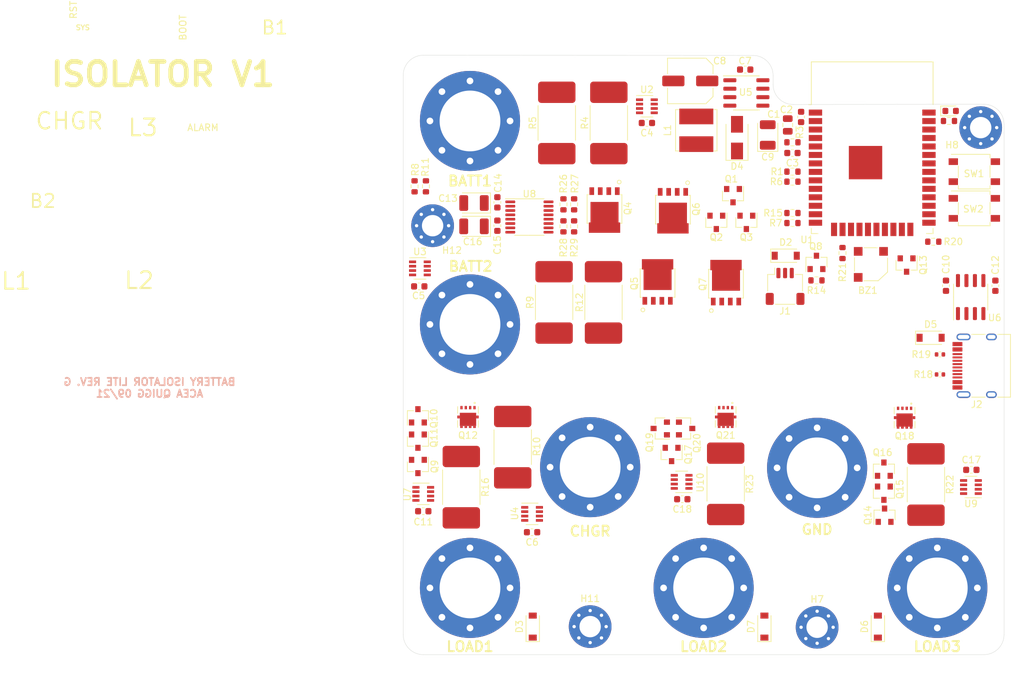
<source format=kicad_pcb>
(kicad_pcb (version 20210925) (generator pcbnew)
  (title_block (title "ESP32 Battery Isolator") (date "2021-09-30") (rev "G"))
  (layers (0 "F.Cu" mixed) (1 "In1.Cu" power) (2 "In2.Cu" power) (31 "B.Cu" mixed) (34 "B.Paste" user) (35 "F.Paste" user) (36 "B.SilkS" user "B.Silkscreen") (37 "F.SilkS" user "F.Silkscreen") (38 "B.Mask" user) (39 "F.Mask" user) (44 "Edge.Cuts" user))
  (net 0 "")
  (net 1 "GND")
  (net 2 "+3V3")
  (net 3 "TXD")
  (net 4 "RXD")
  (net 5 "SDA")
  (net 6 "SCL")
  (net 7 "RST")
  (net 8 "Net-(R7-Pad2)")
  (net 9 "Net-(D1-Pad2)")
  (net 10 "5V")
  (net 11 "B1VM")
  (net 12 "D-")
  (net 13 "D+")
  (net 14 "B1ON")
  (net 15 "B2VD")
  (net 16 "BOOT")
  (net 17 "B1VD")
  (net 18 "LOAD1")
  (net 19 "Net-(J2-PadB5)")
  (net 20 "LOAD2")
  (net 21 "LOAD3")
  (net 22 "L1ON")
  (net 23 "COM")
  (net 24 "L2ON")
  (net 25 "L3ON")
  (net 26 "Net-(J2-PadA5)")
  (net 27 "Net-(Q1-Pad3)")
  (net 28 "FANGND")
  (net 29 "FANON")
  (net 30 "Net-(Q1-Pad1)")
  (net 31 "Net-(Q21-Pad2)")
  (net 32 "Net-(Q9-Pad1)")
  (net 33 "RPM")
  (net 34 "Net-(Q18-Pad2)")
  (net 35 "SYS_LED")
  (net 36 "Net-(Q12-Pad2)")
  (net 37 "Net-(L1-Pad1)")
  (net 38 "BZR")
  (net 39 "Net-(BZ1-Pad1)")
  (net 40 "Net-(Q14-Pad3)")
  (net 41 "Net-(Q14-Pad1)")
  (net 42 "Net-(Q17-Pad3)")
  (net 43 "Net-(Q15-Pad2)")
  (net 44 "Net-(Q17-Pad1)")
  (net 45 "G")
  (net 46 "Net-(Q19-Pad2)")
  (net 65 "Net-(C13-Pad1)")
  (net 66 "Net-(Q10-Pad2)")
  (net 68 "Net-(H3-Pad1)")
  (net 69 "B2VM")
  (net 71 "Net-(Q10-Pad1)")
  (net 77 "Net-(C10-Pad1)")
  (net 81 "D")
  (net 82 "Net-(Q4-Pad3)")
  (footprint "Acea:Rivneut_M6_Via" (layer "F.Cu") (at 187.65 124.15)
    (fp_text reference "H9" hide)
    (fp_text value "Cable_Connection")
    (pad "1" thru_hole circle locked (at -4.2 -4.4) (size 2 2) (drill 1) (layers *.Cu *.Mask) (net 21 "LOAD3"))
    (pad "1" thru_hole circle locked (at 4.2 -4.4) (size 2 2) (drill 1) (layers *.Cu *.Mask) (net 21 "LOAD3"))
    (pad "1" thru_hole circle locked (at -4.2 4.4) (size 2 2) (drill 1) (layers *.Cu *.Mask) (net 21 "LOAD3"))
    (pad "1" thru_hole circle locked (at 0 6) (size 2 2) (drill 1) (layers *.Cu *.Mask) (net 21 "LOAD3"))
    (pad "1" thru_hole circle locked (at 6 0) (size 2 2) (drill 1) (layers *.Cu *.Mask) (net 21 "LOAD3"))
    (pad "1" thru_hole circle locked (at -6 0) (size 2 2) (drill 1) (layers *.Cu *.Mask) (net 21 "LOAD3"))
    (pad "1" thru_hole circle locked (at 0 -6) (size 2 2) (drill 1) (layers *.Cu *.Mask) (net 21 "LOAD3"))
    (pad "1" thru_hole circle locked (at 4.2 4.4) (size 2 2) (drill 1) (layers *.Cu *.Mask) (net 21 "LOAD3"))
    (pad "1" thru_hole circle locked (at 0 0) (size 15 15) (drill 9.1) (layers *.Cu *.Mask) (net 21 "LOAD3"))
  )
  (footprint "Acea:TS4550TP" (layer "F.Cu") (at 193.25 61.75)
    (fp_text reference "SW1" (at -0.1 0.3) (layer "F.SilkS"))
    (fp_text value "C480325")
    (pad "1" smd rect (at -3.2 -1.5) (size 1.4 1) (layers "F.Cu" "F.Paste" "F.Mask") (net 7 "RST"))
    (pad "1" smd rect (at 3.1 -1.5) (size 1.4 1) (layers "F.Cu" "F.Paste" "F.Mask") (net 7 "RST"))
    (pad "2" smd rect (at -3.2 1.5) (size 1.4 1) (layers "F.Cu" "F.Paste" "F.Mask") (net 1 "GND"))
    (pad "2" smd rect (at 3.1 1.5) (size 1.4 1) (layers "F.Cu" "F.Paste" "F.Mask") (net 1 "GND"))
  )
  (footprint "Capacitor_Tantalum_SMD:CP_EIA-3528-15_AVX-H" (layer "F.Cu") (at 162.25 56.25 90)
    (fp_text reference "C9" (at -3.3 0) (layer "F.SilkS"))
    (fp_text value "220uF")
    (pad "1" smd roundrect locked (at -1.5375 0 90) (size 1.325 2.35) (layers "F.Cu" "F.Paste" "F.Mask") (roundrect_rratio 0.188679) (net 2 "+3V3"))
    (pad "2" smd roundrect locked (at 1.5375 0 90) (size 1.325 2.35) (layers "F.Cu" "F.Paste" "F.Mask") (roundrect_rratio 0.188679) (net 1 "GND"))
  )
  (footprint "Package_TO_SOT_SMD:SOT-23" (layer "F.Cu") (at 159.05 69.35 -90)
    (fp_text reference "Q3" (at 2.25 0) (layer "F.SilkS"))
    (fp_text value "MMBT3906")
    (pad "1" smd rect locked (at -1 -0.95 270) (size 0.9 0.8) (layers "F.Cu" "F.Paste" "F.Mask") (net 27 "Net-(Q1-Pad3)"))
    (pad "2" smd rect locked (at -1 0.95 270) (size 0.9 0.8) (layers "F.Cu" "F.Paste" "F.Mask") (net 1 "GND"))
    (pad "3" smd rect locked (at 1 0 270) (size 0.9 0.8) (layers "F.Cu" "F.Paste" "F.Mask") (net 45 "G"))
  )
  (footprint "Acea:DFN-TRANS_AONR21321" (layer "F.Cu") (at 182.75 98.625 -90)
    (fp_text reference "Q18" (at 2.75 0) (layer "F.SilkS"))
    (fp_text value "AONR21357")
    (pad "1" smd rect (at -1.4 0.975 270) (size 0.5 0.35) (layers "F.Cu" "F.Paste" "F.Mask") (net 43 "Net-(Q15-Pad2)"))
    (pad "2" smd rect (at 1.5 0.975 270) (size 0.3 0.4) (layers "F.Cu" "F.Paste" "F.Mask") (net 34 "Net-(Q18-Pad2)"))
    (pad "2" smd rect (at 1.5 -0.975 270) (size 0.3 0.4) (layers "F.Cu" "F.Paste" "F.Mask") (net 34 "Net-(Q18-Pad2)"))
    (pad "2" smd rect (at 1.5 -0.325 270) (size 0.3 0.4) (layers "F.Cu" "F.Paste" "F.Mask") (net 34 "Net-(Q18-Pad2)"))
    (pad "2" smd rect (at 0 -1.415 270) (size 0.43 0.38) (layers "F.Cu" "F.Paste" "F.Mask") (net 34 "Net-(Q18-Pad2)"))
    (pad "2" smd rect (at 0.36 0 270) (size 1.98 2.45) (layers "F.Cu" "F.Mask") (net 34 "Net-(Q18-Pad2)"))
    (pad "2" smd rect (at 1.5 0.325 270) (size 0.3 0.4) (layers "F.Cu" "F.Paste" "F.Mask") (net 34 "Net-(Q18-Pad2)"))
    (pad "2" smd rect (at 0 1.415 270) (size 0.43 0.38) (layers "F.Cu" "F.Paste" "F.Mask") (net 34 "Net-(Q18-Pad2)"))
    (pad "3" smd rect (at -1.4 -0.325 270) (size 0.5 0.35) (layers "F.Cu" "F.Paste" "F.Mask") (net 23 "COM"))
    (pad "3" smd rect (at -1.4 0.325 270) (size 0.5 0.35) (layers "F.Cu" "F.Paste" "F.Mask") (net 23 "COM"))
    (pad "3" smd rect (at -1.4 -0.975 270) (size 0.5 0.35) (layers "F.Cu" "F.Paste" "F.Mask") (net 23 "COM"))
  )
  (footprint "Package_SO:TSSOP-16_4.4x5mm_P0.65mm" (layer "F.Cu") (at 126.55 68.55)
    (fp_text reference "U8" (at 0 -3.45) (layer "F.SilkS"))
    (fp_text value "ADC128D818")
    (pad "1" smd roundrect locked (at -2.8625 -2.275) (size 1.475 0.4) (layers "F.Cu" "F.Paste" "F.Mask") (net 65 "Net-(C13-Pad1)"))
    (pad "2" smd roundrect locked (at -2.8625 -1.625) (size 1.475 0.4) (layers "F.Cu" "F.Paste" "F.Mask") (net 5 "SDA"))
    (pad "3" smd roundrect locked (at -2.8625 -0.975) (size 1.475 0.4) (layers "F.Cu" "F.Paste" "F.Mask") (net 6 "SCL"))
    (pad "4" smd roundrect locked (at -2.8625 -0.325) (size 1.475 0.4) (layers "F.Cu" "F.Paste" "F.Mask") (net 1 "GND"))
    (pad "5" smd roundrect locked (at -2.8625 0.325) (size 1.475 0.4) (layers "F.Cu" "F.Paste" "F.Mask") (net 2 "+3V3"))
    (pad "6" smd roundrect locked (at -2.8625 0.975) (size 1.475 0.4) (layers "F.Cu" "F.Paste" "F.Mask"))
    (pad "7" smd roundrect locked (at -2.8625 1.625) (size 1.475 0.4) (layers "F.Cu" "F.Paste" "F.Mask") (net 1 "GND"))
    (pad "8" smd roundrect locked (at -2.8625 2.275) (size 1.475 0.4) (layers "F.Cu" "F.Paste" "F.Mask") (net 1 "GND"))
    (pad "9" smd roundrect locked (at 2.8625 2.275) (size 1.475 0.4) (layers "F.Cu" "F.Paste" "F.Mask"))
    (pad "10" smd roundrect locked (at 2.8625 1.625) (size 1.475 0.4) (layers "F.Cu" "F.Paste" "F.Mask"))
    (pad "11" smd roundrect locked (at 2.8625 0.975) (size 1.475 0.4) (layers "F.Cu" "F.Paste" "F.Mask"))
    (pad "12" smd roundrect locked (at 2.8625 0.325) (size 1.475 0.4) (layers "F.Cu" "F.Paste" "F.Mask"))
    (pad "13" smd roundrect locked (at 2.8625 -0.325) (size 1.475 0.4) (layers "F.Cu" "F.Paste" "F.Mask"))
    (pad "14" smd roundrect locked (at 2.8625 -0.975) (size 1.475 0.4) (layers "F.Cu" "F.Paste" "F.Mask"))
    (pad "15" smd roundrect locked (at 2.8625 -1.625) (size 1.475 0.4) (layers "F.Cu" "F.Paste" "F.Mask") (net 15 "B2VD"))
    (pad "16" smd roundrect locked (at 2.8625 -2.275) (size 1.475 0.4) (layers "F.Cu" "F.Paste" "F.Mask") (net 17 "B1VD"))
  )
  (footprint "MountingHole:MountingHole_3.2mm_M3_Pad_Via" (layer "F.Cu") (at 169.65 130.05)
    (fp_text reference "H7" (at 0 -4.2) (layer "F.SilkS"))
    (fp_text value "MountingHole")
    (pad "1" thru_hole circle locked (at 0 -2.4) (size 0.8 0.8) (drill 0.5) (layers *.Cu *.Mask))
    (pad "1" thru_hole circle locked (at 1.697056 1.697056) (size 0.8 0.8) (drill 0.5) (layers *.Cu *.Mask))
    (pad "1" thru_hole circle locked (at -1.697056 1.697056) (size 0.8 0.8) (drill 0.5) (layers *.Cu *.Mask))
    (pad "1" thru_hole circle locked (at 1.697056 -1.697056) (size 0.8 0.8) (drill 0.5) (layers *.Cu *.Mask))
    (pad "1" thru_hole circle locked (at 0 2.4) (size 0.8 0.8) (drill 0.5) (layers *.Cu *.Mask))
    (pad "1" thru_hole circle locked (at -2.4 0) (size 0.8 0.8) (drill 0.5) (layers *.Cu *.Mask))
    (pad "1" thru_hole circle locked (at 0 0) (size 6.4 6.4) (drill 3.2) (layers *.Cu *.Mask))
    (pad "1" thru_hole circle locked (at 2.4 0) (size 0.8 0.8) (drill 0.5) (layers *.Cu *.Mask))
    (pad "1" thru_hole circle locked (at -1.697056 -1.697056) (size 0.8 0.8) (drill 0.5) (layers *.Cu *.Mask))
  )
  (footprint "Resistor_SMD:R_0603_1608Metric" (layer "F.Cu") (at 165.95 57.35)
    (fp_text reference "R3" (at 1.1 -1.5 90) (layer "F.SilkS"))
    (fp_text value "11k")
    (pad "1" smd roundrect locked (at -0.825 0) (size 0.8 0.95) (layers "F.Cu" "F.Paste" "F.Mask") (net 2 "+3V3"))
    (pad "2" smd roundrect locked (at 0.825 0) (size 0.8 0.95) (layers "F.Cu" "F.Paste" "F.Mask") (net 7 "RST"))
  )
  (footprint "Acea:LFPAK56" (layer "F.Cu") (at 156 78.385 90)
    (fp_text reference "Q7" (at -0.245 -3.48 90) (layer "F.SilkS"))
    (fp_text value "HSBA100P03")
    (pad "1" smd rect (at -2.835 1.91) (size 0.7 1.15) (layers "F.Cu" "F.Paste" "F.Mask") (net 45 "G"))
    (pad "2" smd custom (at 0.435 0 90) (size 3.3 4.2) (layers "F.Cu" "F.Mask") (net 81 "D") (options (clearance outline) (anchor rect)) (primitives (gr_poly (pts (xy 2.975 2.35) (xy 1.425 2.35) (xy 1.425 -2.35) (xy 2.975 -2.35)) (width 0) (fill yes))))
    (pad "3" smd rect (at -2.835 -0.64) (size 0.7 1.15) (layers "F.Cu" "F.Paste" "F.Mask") (net 23 "COM"))
    (pad "3" smd rect (at -2.835 -1.91) (size 0.7 1.15) (layers "F.Cu" "F.Paste" "F.Mask") (net 23 "COM"))
    (pad "3" smd rect (at -2.835 0.64) (size 0.7 1.15) (layers "F.Cu" "F.Paste" "F.Mask") (net 23 "COM"))
  )
  (footprint "Diode_SMD:D_SOD-123" (layer "F.Cu") (at 161.75 129.95 90)
    (fp_text reference "D7" (at 0 -2 90) (layer "F.SilkS"))
    (fp_text value "B5819W")
    (pad "1" smd rect locked (at -1.65 0 90) (size 0.9 1.2) (layers "F.Cu" "F.Paste" "F.Mask") (net 20 "LOAD2"))
    (pad "2" smd rect locked (at 1.65 0 90) (size 0.9 1.2) (layers "F.Cu" "F.Paste" "F.Mask") (net 1 "GND"))
  )
  (footprint "Resistor_SMD:R_0402_1005Metric" (layer "F.Cu") (at 188.05 92.15)
    (fp_text reference "R18" (at -2.5 0) (layer "F.SilkS"))
    (fp_text value "5.1k")
    (pad "1" smd roundrect locked (at -0.51 0) (size 0.54 0.64) (layers "F.Cu" "F.Paste" "F.Mask") (net 1 "GND"))
    (pad "2" smd roundrect locked (at 0.51 0) (size 0.54 0.64) (layers "F.Cu" "F.Paste" "F.Mask") (net 26 "Net-(J2-PadA5)"))
  )
  (footprint "Acea:Rivneut_M6_Via" (layer "F.Cu") (at 117.65 54.15)
    (fp_text reference "H1" hide)
    (fp_text value "Cable_Connection")
    (pad "1" thru_hole circle locked (at -4.2 -4.4) (size 2 2) (drill 1) (layers *.Cu *.Mask) (net 11 "B1VM"))
    (pad "1" thru_hole circle locked (at -6 0) (size 2 2) (drill 1) (layers *.Cu *.Mask) (net 11 "B1VM"))
    (pad "1" thru_hole circle locked (at 4.2 4.4) (size 2 2) (drill 1) (layers *.Cu *.Mask) (net 11 "B1VM"))
    (pad "1" thru_hole circle locked (at 0 0) (size 15 15) (drill 9.1) (layers *.Cu *.Mask) (net 11 "B1VM"))
    (pad "1" thru_hole circle locked (at 0 -6) (size 2 2) (drill 1) (layers *.Cu *.Mask) (net 11 "B1VM"))
    (pad "1" thru_hole circle locked (at -4.2 4.4) (size 2 2) (drill 1) (layers *.Cu *.Mask) (net 11 "B1VM"))
    (pad "1" thru_hole circle locked (at 4.2 -4.4) (size 2 2) (drill 1) (layers *.Cu *.Mask) (net 11 "B1VM"))
    (pad "1" thru_hole circle locked (at 6 0) (size 2 2) (drill 1) (layers *.Cu *.Mask) (net 11 "B1VM"))
    (pad "1" thru_hole circle locked (at 0 6) (size 2 2) (drill 1) (layers *.Cu *.Mask) (net 11 "B1VM"))
  )
  (footprint "Acea:RS1050Metric_Pad5.3x2.5mm" (layer "F.Cu") (at 130.65 54.45 90)
    (fp_text reference "R5" (at 0 -3.6 90) (layer "F.SilkS"))
    (fp_text value "4mR")
    (pad "1" smd roundrect (at -4.6 0 90) (size 3.2 5.6) (layers "F.Cu" "F.Paste" "F.Mask") (roundrect_rratio 0.151515) (net 82 "Net-(Q4-Pad3)"))
    (pad "2" smd roundrect (at 4.6 0 90) (size 3.2 5.6) (layers "F.Cu" "F.Paste" "F.Mask") (roundrect_rratio 0.151515) (net 11 "B1VM"))
  )
  (footprint "Resistor_SMD:R_0603_1608Metric" (layer "F.Cu") (at 165.95 69.45)
    (fp_text reference "R7" (at -2.5 0) (layer "F.SilkS"))
    (fp_text value "11k")
    (pad "1" smd roundrect locked (at -0.825 0) (size 0.8 0.95) (layers "F.Cu" "F.Paste" "F.Mask") (net 1 "GND"))
    (pad "2" smd roundrect locked (at 0.825 0) (size 0.8 0.95) (layers "F.Cu" "F.Paste" "F.Mask") (net 8 "Net-(R7-Pad2)"))
  )
  (footprint "Capacitor_SMD:C_0603_1608Metric" (layer "F.Cu") (at 110.05 78.95)
    (fp_text reference "C5" (at -0.1 1.4) (layer "F.SilkS"))
    (fp_text value "100n")
    (pad "1" smd roundrect locked (at -0.775 0) (size 0.9 0.95) (layers "F.Cu" "F.Paste" "F.Mask") (net 2 "+3V3"))
    (pad "2" smd roundrect locked (at 0.775 0) (size 0.9 0.95) (layers "F.Cu" "F.Paste" "F.Mask") (net 1 "GND"))
  )
  (footprint "Acea:TS4550TP" (layer "F.Cu") (at 193.25 67.25)
    (fp_text reference "SW2" (at -0.2 0.1) (layer "F.SilkS"))
    (fp_text value "C480325")
    (pad "1" smd rect (at -3.2 -1.5) (size 1.4 1) (layers "F.Cu" "F.Paste" "F.Mask") (net 16 "BOOT"))
    (pad "1" smd rect (at 3.1 -1.5) (size 1.4 1) (layers "F.Cu" "F.Paste" "F.Mask") (net 16 "BOOT"))
    (pad "2" smd rect (at 3.1 1.5) (size 1.4 1) (layers "F.Cu" "F.Paste" "F.Mask") (net 1 "GND"))
    (pad "2" smd rect (at -3.2 1.5) (size 1.4 1) (layers "F.Cu" "F.Paste" "F.Mask") (net 1 "GND"))
  )
  (footprint "Connector_JST:JST_SH_SM03B-SRSS-TB_1x03-1MP_P1.00mm_Horizontal" (layer "F.Cu") (at 164.85 78.95)
    (fp_text reference "J1" (at 0 3.7) (layer "F.SilkS"))
    (fp_text value "Conn_01x03_Male")
    (pad "1" smd roundrect locked (at -1 -2) (size 0.6 1.55) (layers "F.Cu" "F.Paste" "F.Mask") (net 23 "COM"))
    (pad "2" smd roundrect locked (at 0 -2) (size 0.6 1.55) (layers "F.Cu" "F.Paste" "F.Mask") (net 28 "FANGND"))
    (pad "3" smd roundrect locked (at 1 -2) (size 0.6 1.55) (layers "F.Cu" "F.Paste" "F.Mask") (net 33 "RPM"))
    (pad "MP" smd roundrect locked (at 2.3 1.875) (size 1.2 1.8) (layers "F.Cu" "F.Paste" "F.Mask") (roundrect_rratio 0.208333))
    (pad "MP" smd roundrect locked (at -2.3 1.875) (size 1.2 1.8) (layers "F.Cu" "F.Paste" "F.Mask") (roundrect_rratio 0.208333))
  )
  (footprint "Acea:RS1050Metric_Pad5.3x2.5mm" (layer "F.Cu") (at 137.65 81.35 90)
    (fp_text reference "R12" (at 0 -3.6 90) (layer "F.SilkS"))
    (fp_text value "4mR")
    (pad "1" smd roundrect (at -4.6 0 90) (size 3.2 5.6) (layers "F.Cu" "F.Paste" "F.Mask") (roundrect_rratio 0.151515) (net 23 "COM"))
    (pad "2" smd roundrect (at 4.6 0 90) (size 3.2 5.6) (layers "F.Cu" "F.Paste" "F.Mask") (roundrect_rratio 0.151515) (net 69 "B2VM"))
  )
  (footprint "Capacitor_SMD:C_0603_1608Metric" (layer "F.Cu") (at 126.95 115.8)
    (fp_text reference "C6" (at 0 1.5) (layer "F.SilkS"))
    (fp_text value "100n")
    (pad "1" smd roundrect locked (at -0.775 0) (size 0.9 0.95) (layers "F.Cu" "F.Paste" "F.Mask") (net 2 "+3V3"))
    (pad "2" smd roundrect locked (at 0.775 0) (size 0.9 0.95) (layers "F.Cu" "F.Paste" "F.Mask") (net 1 "GND"))
  )
  (footprint "Capacitor_SMD:C_0603_1608Metric" (layer "F.Cu") (at 158.875 46.45)
    (fp_text reference "C7" (at -0.025 -1.3) (layer "F.SilkS"))
    (fp_text value "1uF")
    (pad "1" smd roundrect locked (at -0.775 0) (size 0.9 0.95) (layers "F.Cu" "F.Paste" "F.Mask") (net 23 "COM"))
    (pad "2" smd roundrect locked (at 0.775 0) (size 0.9 0.95) (layers "F.Cu" "F.Paste" "F.Mask") (net 1 "GND"))
  )
  (footprint "Package_TO_SOT_SMD:SOT-23-8" (layer "F.Cu") (at 192.69 109.03 180)
    (fp_text reference "U9" (at 0 -2.5) (layer "F.SilkS"))
    (fp_text value "INA219BxDCN")
    (pad "1" smd rect locked (at -1.1 -0.98 180) (size 1.06 0.4) (layers "F.Cu" "F.Paste" "F.Mask") (net 21 "LOAD3"))
    (pad "2" smd rect locked (at -1.1 -0.33 180) (size 1.06 0.4) (layers "F.Cu" "F.Paste" "F.Mask") (net 34 "Net-(Q18-Pad2)"))
    (pad "3" smd rect locked (at -1.1 0.33 180) (size 1.06 0.4) (layers "F.Cu" "F.Paste" "F.Mask") (net 1 "GND"))
    (pad "4" smd rect locked (at -1.1 0.98 180) (size 1.06 0.4) (layers "F.Cu" "F.Paste" "F.Mask") (net 2 "+3V3"))
    (pad "5" smd rect locked (at 1.1 0.98 180) (size 1.06 0.4) (layers "F.Cu" "F.Paste" "F.Mask") (net 6 "SCL"))
    (pad "6" smd rect locked (at 1.1 0.33 180) (size 1.06 0.4) (layers "F.Cu" "F.Paste" "F.Mask") (net 5 "SDA"))
    (pad "7" smd rect locked (at 1.1 -0.33 180) (size 1.06 0.4) (layers "F.Cu" "F.Paste" "F.Mask") (net 2 "+3V3"))
    (pad "8" smd rect locked (at 1.1 -0.98 180) (size 1.06 0.4) (layers "F.Cu" "F.Paste" "F.Mask") (net 2 "+3V3"))
  )
  (footprint "Diode_SMD:D_SOD-123" (layer "F.Cu") (at 164.95 74.35)
    (fp_text reference "D2" (at 0 -2) (layer "F.SilkS"))
    (fp_text value "B5819W")
    (pad "1" smd rect locked (at -1.65 0) (size 0.9 1.2) (layers "F.Cu" "F.Paste" "F.Mask") (net 23 "COM"))
    (pad "2" smd rect locked (at 1.65 0) (size 0.9 1.2) (layers "F.Cu" "F.Paste" "F.Mask") (net 28 "FANGND"))
  )
  (footprint "Package_TO_SOT_SMD:SOT-23" (layer "F.Cu") (at 109.85 105.95 -90)
    (fp_text reference "Q9" (at 0 -2.5 90) (layer "F.SilkS"))
    (fp_text value "MMBT3904")
    (pad "1" smd rect locked (at -1 -0.95 270) (size 0.9 0.8) (layers "F.Cu" "F.Paste" "F.Mask") (net 32 "Net-(Q9-Pad1)"))
    (pad "2" smd rect locked (at -1 0.95 270) (size 0.9 0.8) (layers "F.Cu" "F.Paste" "F.Mask") (net 1 "GND"))
    (pad "3" smd rect locked (at 1 0 270) (size 0.9 0.8) (layers "F.Cu" "F.Paste" "F.Mask") (net 71 "Net-(Q10-Pad1)"))
  )
  (footprint "Package_TO_SOT_SMD:SOT-23" (layer "F.Cu") (at 149.95 100.25)
    (fp_text reference "Q20" (at 1.7 2.2 90) (layer "F.SilkS"))
    (fp_text value "MMBT3906")
    (pad "1" smd rect locked (at -1 -0.95) (size 0.9 0.8) (layers "F.Cu" "F.Paste" "F.Mask") (net 42 "Net-(Q17-Pad3)"))
    (pad "2" smd rect locked (at -1 0.95) (size 0.9 0.8) (layers "F.Cu" "F.Paste" "F.Mask") (net 1 "GND"))
    (pad "3" smd rect locked (at 1 0) (size 0.9 0.8) (layers "F.Cu" "F.Paste" "F.Mask") (net 46 "Net-(Q19-Pad2)"))
  )
  (footprint "Capacitor_SMD:C_0603_1608Metric" (layer "F.Cu") (at 188.95 78.85 -90)
    (fp_text reference "C10" (at -3.2 0 90) (layer "F.SilkS"))
    (fp_text value "100n")
    (pad "1" smd roundrect locked (at -0.775 0 270) (size 0.9 0.95) (layers "F.Cu" "F.Paste" "F.Mask") (net 77 "Net-(C10-Pad1)"))
    (pad "2" smd roundrect locked (at 0.775 0 270) (size 0.9 0.95) (layers "F.Cu" "F.Paste" "F.Mask") (net 1 "GND"))
  )
  (footprint "Acea:Rivneut_M6_Via" (layer "F.Cu") (at 152.65 124.15)
    (fp_text reference "H10" hide)
    (fp_text value "Cable_Connection")
    (pad "1" thru_hole circle locked (at -4.2 -4.4) (size 2 2) (drill 1) (layers *.Cu *.Mask) (net 20 "LOAD2"))
    (pad "1" thru_hole circle locked (at 0 6) (size 2 2) (drill 1) (layers *.Cu *.Mask) (net 20 "LOAD2"))
    (pad "1" thru_hole circle locked (at 4.2 -4.4) (size 2 2) (drill 1) (layers *.Cu *.Mask) (net 20 "LOAD2"))
    (pad "1" thru_hole circle locked (at 0 0) (size 15 15) (drill 9.1) (layers *.Cu *.Mask) (net 20 "LOAD2"))
    (pad "1" thru_hole circle locked (at 6 0) (size 2 2) (drill 1) (layers *.Cu *.Mask) (net 20 "LOAD2"))
    (pad "1" thru_hole circle locked (at -6 0) (size 2 2) (drill 1) (layers *.Cu *.Mask) (net 20 "LOAD2"))
    (pad "1" thru_hole circle locked (at 0 -6) (size 2 2) (drill 1) (layers *.Cu *.Mask) (net 20 "LOAD2"))
    (pad "1" thru_hole circle locked (at 4.2 4.4) (size 2 2) (drill 1) (layers *.Cu *.Mask) (net 20 "LOAD2"))
    (pad "1" thru_hole circle locked (at -4.2 4.4) (size 2 2) (drill 1) (layers *.Cu *.Mask) (net 20 "LOAD2"))
  )
  (footprint "Acea:DFN-TRANS_AONR21321" (layer "F.Cu") (at 117.35 98.525 -90)
    (fp_text reference "Q12" (at 2.75 0) (layer "F.SilkS"))
    (fp_text value "AONR21357")
    (pad "1" smd rect (at -1.4 0.975 270) (size 0.5 0.35) (layers "F.Cu" "F.Paste" "F.Mask") (net 66 "Net-(Q10-Pad2)"))
    (pad "2" smd rect (at 0 -1.415 270) (size 0.43 0.38) (layers "F.Cu" "F.Paste" "F.Mask") (net 36 "Net-(Q12-Pad2)"))
    (pad "2" smd rect (at 1.5 0.325 270) (size 0.3 0.4) (layers "F.Cu" "F.Paste" "F.Mask") (net 36 "Net-(Q12-Pad2)"))
    (pad "2" smd rect (at 1.5 0.975 270) (size 0.3 0.4) (layers "F.Cu" "F.Paste" "F.Mask") (net 36 "Net-(Q12-Pad2)"))
    (pad "2" smd rect (at 0.36 0 270) (size 1.98 2.45) (layers "F.Cu" "F.Mask") (net 36 "Net-(Q12-Pad2)"))
    (pad "2" smd rect (at 0 1.415 270) (size 0.43 0.38) (layers "F.Cu" "F.Paste" "F.Mask") (net 36 "Net-(Q12-Pad2)"))
    (pad "2" smd rect (at 1.5 -0.325 270) (size 0.3 0.4) (layers "F.Cu" "F.Paste" "F.Mask") (net 36 "Net-(Q12-Pad2)"))
    (pad "2" smd rect (at 1.5 -0.975 270) (size 0.3 0.4) (layers "F.Cu" "F.Paste" "F.Mask") (net 36 "Net-(Q12-Pad2)"))
    (pad "3" smd rect (at -1.4 -0.325 270) (size 0.5 0.35) (layers "F.Cu" "F.Paste" "F.Mask") (net 23 "COM"))
    (pad "3" smd rect (at -1.4 -0.975 270) (size 0.5 0.35) (layers "F.Cu" "F.Paste" "F.Mask") (net 23 "COM"))
    (pad "3" smd rect (at -1.4 0.325 270) (size 0.5 0.35) (layers "F.Cu" "F.Paste" "F.Mask") (net 23 "COM"))
  )
  (footprint "Diode_SMD:D_SOD-123" (layer "F.Cu") (at 186.65 86.65)
    (fp_text reference "D5" (at 0 -2) (layer "F.SilkS"))
    (fp_text value "B5819W")
    (pad "1" smd rect locked (at -1.65 0) (size 0.9 1.2) (layers "F.Cu" "F.Paste" "F.Mask") (net 23 "COM"))
    (pad "2" smd rect locked (at 1.65 0) (size 0.9 1.2) (layers "F.Cu" "F.Paste" "F.Mask") (net 10 "5V"))
  )
  (footprint "Resistor_SMD:R_0603_1608Metric" (layer "F.Cu") (at 109.35 63.95 -90)
    (fp_text reference "R8" (at -2.5 -0.1 90) (layer "F.SilkS"))
    (fp_text value "3.6k")
    (pad "1" smd roundrect locked (at -0.825 0 270) (size 0.8 0.95) (layers "F.Cu" "F.Paste" "F.Mask") (net 2 "+3V3"))
    (pad "2" smd roundrect locked (at 0.825 0 270) (size 0.8 0.95) (layers "F.Cu" "F.Paste" "F.Mask") (net 6 "SCL"))
  )
  (footprint "Acea:DFN-TRANS_AONR21321" (layer "F.Cu") (at 155.95 98.525 -90)
    (fp_text reference "Q21" (at 2.75 0) (layer "F.SilkS"))
    (fp_text value "AONR21357")
    (pad "1" smd rect (at -1.4 0.975 270) (size 0.5 0.35) (layers "F.Cu" "F.Paste" "F.Mask") (net 46 "Net-(Q19-Pad2)"))
    (pad "2" smd rect (at 1.5 -0.975 270) (size 0.3 0.4) (layers "F.Cu" "F.Paste" "F.Mask") (net 31 "Net-(Q21-Pad2)"))
    (pad "2" smd rect (at 1.5 -0.325 270) (size 0.3 0.4) (layers "F.Cu" "F.Paste" "F.Mask") (net 31 "Net-(Q21-Pad2)"))
    (pad "2" smd rect (at 1.5 0.325 270) (size 0.3 0.4) (layers "F.Cu" "F.Paste" "F.Mask") (net 31 "Net-(Q21-Pad2)"))
    (pad "2" smd rect (at 0.36 0 270) (size 1.98 2.45) (layers "F.Cu" "F.Mask") (net 31 "Net-(Q21-Pad2)"))
    (pad "2" smd rect (at 0 -1.415 270) (size 0.43 0.38) (layers "F.Cu" "F.Paste" "F.Mask") (net 31 "Net-(Q21-Pad2)"))
    (pad "2" smd rect (at 1.5 0.975 270) (size 0.3 0.4) (layers "F.Cu" "F.Paste" "F.Mask") (net 31 "Net-(Q21-Pad2)"))
    (pad "2" smd rect (at 0 1.415 270) (size 0.43 0.38) (layers "F.Cu" "F.Paste" "F.Mask") (net 31 "Net-(Q21-Pad2)"))
    (pad "3" smd rect (at -1.4 -0.325 270) (size 0.5 0.35) (layers "F.Cu" "F.Paste" "F.Mask") (net 23 "COM"))
    (pad "3" smd rect (at -1.4 0.325 270) (size 0.5 0.35) (layers "F.Cu" "F.Paste" "F.Mask") (net 23 "COM"))
    (pad "3" smd rect (at -1.4 -0.975 270) (size 0.5 0.35) (layers "F.Cu" "F.Paste" "F.Mask") (net 23 "COM"))
  )
  (footprint "LED_SMD:LED_0603_1608Metric" (layer "F.Cu") (at 189.65 52.65)
    (fp_text reference "D1" hide)
    (fp_text value "LED_Small")
    (pad "1" smd roundrect locked (at -0.7875 0) (size 0.875 0.95) (layers "F.Cu" "F.Paste" "F.Mask") (net 1 "GND"))
    (pad "2" smd roundrect locked (at 0.7875 0) (size 0.875 0.95) (layers "F.Cu" "F.Paste" "F.Mask") (net 9 "Net-(D1-Pad2)"))
  )
  (footprint "Capacitor_SMD:C_Elec_6.3x7.7" (layer "F.Cu") (at 150.65 48.15 180)
    (fp_text reference "C8" (at -4.4 3) (layer "F.SilkS"))
    (fp_text value "220uF")
    (pad "1" smd roundrect locked (at -2.5375 0 180) (size 3.325 1.6) (layers "F.Cu" "F.Paste" "F.Mask") (roundrect_rratio 0.15625) (net 23 "COM"))
    (pad "2" smd roundrect locked (at 2.5375 0 180) (size 3.325 1.6) (layers "F.Cu" "F.Paste" "F.Mask") (roundrect_rratio 0.15625) (net 1 "GND"))
  )
  (footprint "Package_TO_SOT_SMD:SOT-23" (layer "F.Cu") (at 169.55 75.35 90)
    (fp_text reference "Q8" (at 2.4 -0.1 180) (layer "F.SilkS"))
    (fp_text value "MMBT3904")
    (pad "1" smd rect locked (at -1 -0.95 90) (size 0.9 0.8) (layers "F.Cu" "F.Paste" "F.Mask") (net 29 "FANON"))
    (pad "2" smd rect locked (at -1 0.95 90) (size 0.9 0.8) (layers "F.Cu" "F.Paste" "F.Mask") (net 1 "GND"))
    (pad "3" smd rect locked (at 1 0 90) (size 0.9 0.8) (layers "F.Cu" "F.Paste" "F.Mask") (net 28 "FANGND"))
  )
  (footprint "Package_TO_SOT_SMD:SOT-23-8" (layer "F.Cu") (at 126.95 113.05)
    (fp_text reference "U4" (at -2.6 -0.05 90) (layer "F.SilkS"))
    (fp_text value "INA219BxDCN")
    (pad "1" smd rect locked (at -1.1 -0.98) (size 1.06 0.4) (layers "F.Cu" "F.Paste" "F.Mask") (net 23 "COM"))
    (pad "2" smd rect locked (at -1.1 -0.33) (size 1.06 0.4) (layers "F.Cu" "F.Paste" "F.Mask") (net 68 "Net-(H3-Pad1)"))
    (pad "3" smd rect locked (at -1.1 0.33) (size 1.06 0.4) (layers "F.Cu" "F.Paste" "F.Mask") (net 1 "GND"))
    (pad "4" smd rect locked (at -1.1 0.98) (size 1.06 0.4) (layers "F.Cu" "F.Paste" "F.Mask") (net 2 "+3V3"))
    (pad "5" smd rect locked (at 1.1 0.98) (size 1.06 0.4) (layers "F.Cu" "F.Paste" "F.Mask") (net 6 "SCL"))
    (pad "6" smd rect locked (at 1.1 0.33) (size 1.06 0.4) (layers "F.Cu" "F.Paste" "F.Mask") (net 5 "SDA"))
    (pad "7" smd rect locked (at 1.1 -0.33) (size 1.06 0.4) (layers "F.Cu" "F.Paste" "F.Mask") (net 5 "SDA"))
    (pad "8" smd rect locked (at 1.1 -0.98) (size 1.06 0.4) (layers "F.Cu" "F.Paste" "F.Mask") (net 1 "GND"))
  )
  (footprint "Capacitor_SMD:C_0603_1608Metric" (layer "F.Cu") (at 149.45 110.85)
    (fp_text reference "C18" (at 0 1.5) (layer "F.SilkS"))
    (fp_text value "100n")
    (pad "1" smd roundrect locked (at -0.775 0) (size 0.9 0.95) (layers "F.Cu" "F.Paste" "F.Mask") (net 2 "+3V3"))
    (pad "2" smd roundrect locked (at 0.775 0) (size 0.9 0.95) (layers "F.Cu" "F.Paste" "F.Mask") (net 1 "GND"))
  )
  (footprint "Package_TO_SOT_SMD:SOT-23-8" (layer "F.Cu") (at 110.15 76.25)
    (fp_text reference "U3" (at 0 -2.5) (layer "F.SilkS"))
    (fp_text value "INA219BxDCN")
    (pad "1" smd rect locked (at -1.1 -0.98) (size 1.06 0.4) (layers "F.Cu" "F.Paste" "F.Mask") (net 69 "B2VM"))
    (pad "2" smd rect locked (at -1.1 -0.33) (size 1.06 0.4) (layers "F.Cu" "F.Paste" "F.Mask") (net 23 "COM"))
    (pad "3" smd rect locked (at -1.1 0.33) (size 1.06 0.4) (layers "F.Cu" "F.Paste" "F.Mask") (net 1 "GND"))
    (pad "4" smd rect locked (at -1.1 0.98) (size 1.06 0.4) (layers "F.Cu" "F.Paste" "F.Mask") (net 2 "+3V3"))
    (pad "5" smd rect locked (at 1.1 0.98) (size 1.06 0.4) (layers "F.Cu" "F.Paste" "F.Mask") (net 6 "SCL"))
    (pad "6" smd rect locked (at 1.1 0.33) (size 1.06 0.4) (layers "F.Cu" "F.Paste" "F.Mask") (net 5 "SDA"))
    (pad "7" smd rect locked (at 1.1 -0.33) (size 1.06 0.4) (layers "F.Cu" "F.Paste" "F.Mask") (net 2 "+3V3"))
    (pad "8" smd rect locked (at 1.1 -0.98) (size 1.06 0.4) (layers "F.Cu" "F.Paste" "F.Mask") (net 1 "GND"))
  )
  (footprint "Capacitor_SMD:C_0603_1608Metric" (layer "F.Cu") (at 192.75 106.45 180)
    (fp_text reference "C17" (at 0 1.5) (layer "F.SilkS"))
    (fp_text value "100n")
    (pad "1" smd roundrect locked (at -0.775 0 180) (size 0.9 0.95) (layers "F.Cu" "F.Paste" "F.Mask") (net 2 "+3V3"))
    (pad "2" smd roundrect locked (at 0.775 0 180) (size 0.9 0.95) (layers "F.Cu" "F.Paste" "F.Mask") (net 1 "GND"))
  )
  (footprint "Package_SO:SOIC-8_3.9x4.9mm_P1.27mm" (layer "F.Cu") (at 192.65 80.55 90)
    (fp_text reference "U6" (at -3.1 3.6 180) (layer "F.SilkS"))
    (fp_text value "CH340N")
    (pad "1" smd roundrect locked (at -2.475 -1.905 90) (size 1.95 0.6) (layers "F.Cu" "F.Paste" "F.Mask") (net 13 "D+"))
    (pad "2" smd roundrect locked (at -2.475 -0.635 90) (size 1.95 0.6) (layers "F.Cu" "F.Paste" "F.Mask") (net 12 "D-"))
    (pad "3" smd roundrect locked (at -2.475 0.635 90) (size 1.95 0.6) (layers "F.Cu" "F.Paste" "F.Mask") (net 1 "GND"))
    (pad "4" smd roundrect locked (at -2.475 1.905 90) (size 1.95 0.6) (layers "F.Cu" "F.Paste" "F.Mask") (net 7 "RST"))
    (pad "5" smd roundrect locked (at 2.475 1.905 90) (size 1.95 0.6) (layers "F.Cu" "F.Paste" "F.Mask") (net 2 "+3V3"))
    (pad "6" smd roundrect locked (at 2.475 0.635 90) (size 1.95 0.6) (layers "F.Cu" "F.Paste" "F.Mask") (net 4 "RXD"))
    (pad "7" smd roundrect locked (at 2.475 -0.635 90) (size 1.95 0.6) (layers "F.Cu" "F.Paste" "F.Mask") (net 3 "TXD"))
    (pad "8" smd roundrect locked (at 2.475 -1.905 90) (size 1.95 0.6) (layers "F.Cu" "F.Paste" "F.Mask") (net 77 "Net-(C10-Pad1)"))
  )
  (footprint "Acea:RS1050Metric_Pad5.3x2.5mm" (layer "F.Cu") (at 155.95 108.55 -90)
    (fp_text reference "R23" (at 0 -3.6 90) (layer "F.SilkS"))
    (fp_text value "4mR")
    (pad "1" smd roundrect (at -4.6 0 270) (size 3.2 5.6) (layers "F.Cu" "F.Paste" "F.Mask") (roundrect_rratio 0.151515) (net 31 "Net-(Q21-Pad2)"))
    (pad "2" smd roundrect (at 4.6 0 270) (size 3.2 5.6) (layers "F.Cu" "F.Paste" "F.Mask") (roundrect_rratio 0.151515) (net 20 "LOAD2"))
  )
  (footprint "Capacitor_SMD:C_0603_1608Metric" (layer "F.Cu") (at 121.75 66.35 90)
    (fp_text reference "C14" (at 2.9 0.1 90) (layer "F.SilkS"))
    (fp_text value "100n")
    (pad "1" smd roundrect locked (at -0.775 0 90) (size 0.9 0.95) (layers "F.Cu" "F.Paste" "F.Mask") (net 65 "Net-(C13-Pad1)"))
    (pad "2" smd roundrect locked (at 0.775 0 90) (size 0.9 0.95) (layers "F.Cu" "F.Paste" "F.Mask") (net 1 "GND"))
  )
  (footprint "Resistor_SMD:R_0603_1608Metric" (layer "F.Cu") (at 189.4 54.15)
    (fp_text reference "R2" hide)
    (fp_text value "3.6k")
    (pad "1" smd roundrect locked (at -0.825 0) (size 0.8 0.95) (layers "F.Cu" "F.Paste" "F.Mask") (net 35 "SYS_LED"))
    (pad "2" smd roundrect locked (at 0.825 0) (size 0.8 0.95) (layers "F.Cu" "F.Paste" "F.Mask") (net 9 "Net-(D1-Pad2)"))
  )
  (footprint "Capacitor_Tantalum_SMD:CP_EIA-3528-21_Kemet-B" (layer "F.Cu") (at 118.25 66.45 180)
    (fp_text reference "C13" (at 3.9 0.7) (layer "F.SilkS"))
    (fp_text value "1uF")
    (pad "1" smd roundrect locked (at -1.5375 0 180) (size 1.325 2.35) (layers "F.Cu" "F.Paste" "F.Mask") (roundrect_rratio 0.188679) (net 65 "Net-(C13-Pad1)"))
    (pad "2" smd roundrect locked (at 1.5375 0 180) (size 1.325 2.35) (layers "F.Cu" "F.Paste" "F.Mask") (roundrect_rratio 0.188679) (net 1 "GND"))
  )
  (footprint "Acea:LFPAK56" (layer "F.Cu") (at 137.8 67.506078 -90)
    (fp_text reference "Q4" (at -0.245 -3.48 90) (layer "F.SilkS"))
    (fp_text value "HSBA100P03")
    (pad "1" smd rect (at -2.835 1.91 180) (size 0.7 1.15) (layers "F.Cu" "F.Paste" "F.Mask") (net 45 "G"))
    (pad "2" smd custom (at 0.435 0 270) (size 3.3 4.2) (layers "F.Cu" "F.Mask") (net 81 "D") (options (clearance outline) (anchor rect)) (primitives (gr_poly (pts (xy 2.975 2.35) (xy 1.425 2.35) (xy 1.425 -2.35) (xy 2.975 -2.35)) (width 0) (fill yes))))
    (pad "3" smd rect (at -2.835 -0.64 180) (size 0.7 1.15) (layers "F.Cu" "F.Paste" "F.Mask") (net 82 "Net-(Q4-Pad3)"))
    (pad "3" smd rect (at -2.835 -1.91 180) (size 0.7 1.15) (layers "F.Cu" "F.Paste" "F.Mask") (net 82 "Net-(Q4-Pad3)"))
    (pad "3" smd rect (at -2.835 0.64 180) (size 0.7 1.15) (layers "F.Cu" "F.Paste" "F.Mask") (net 82 "Net-(Q4-Pad3)"))
  )
  (footprint "Resistor_SMD:R_0603_1608Metric" (layer "F.Cu") (at 111.05 63.95 -90)
    (fp_text reference "R11" (at -2.9 0.1 90) (layer "F.SilkS"))
    (fp_text value "3.6k")
    (pad "1" smd roundrect locked (at -0.825 0 270) (size 0.8 0.95) (layers "F.Cu" "F.Paste" "F.Mask") (net 2 "+3V3"))
    (pad "2" smd roundrect locked (at 0.825 0 270) (size 0.8 0.95) (layers "F.Cu" "F.Paste" "F.Mask") (net 5 "SDA"))
  )
  (footprint "Acea:LFPAK56" (layer "F.Cu") (at 148.05 67.615 -90)
    (fp_text reference "Q6" (at -0.245 -3.48 90) (layer "F.SilkS"))
    (fp_text value "HSBA100P03")
    (pad "1" smd rect (at -2.835 1.91 180) (size 0.7 1.15) (layers "F.Cu" "F.Paste" "F.Mask") (net 45 "G"))
    (pad "2" smd custom (at 0.435 0 270) (size 3.3 4.2) (layers "F.Cu" "F.Mask") (net 81 "D") (options (clearance outline) (anchor rect)) (primitives (gr_poly (pts (xy 2.975 2.35) (xy 1.425 2.35) (xy 1.425 -2.35) (xy 2.975 -2.35)) (width 0) (fill yes))))
    (pad "3" smd rect (at -2.835 -1.91 180) (size 0.7 1.15) (layers "F.Cu" "F.Paste" "F.Mask") (net 82 "Net-(Q4-Pad3)"))
    (pad "3" smd rect (at -2.835 0.64 180) (size 0.7 1.15) (layers "F.Cu" "F.Paste" "F.Mask") (net 82 "Net-(Q4-Pad3)"))
    (pad "3" smd rect (at -2.835 -0.64 180) (size 0.7 1.15) (layers "F.Cu" "F.Paste" "F.Mask") (net 82 "Net-(Q4-Pad3)"))
  )
  (footprint "Resistor_SMD:R_0603_1608Metric" (layer "F.Cu") (at 165.95 61.75 180)
    (fp_text reference "R1" (at 2.3 0) (layer "F.SilkS"))
    (fp_text value "510R")
    (pad "1" smd roundrect locked (at -0.825 0 180) (size 0.8 0.95) (layers "F.Cu" "F.Paste" "F.Mask") (net 14 "B1ON"))
    (pad "2" smd roundrect locked (at 0.825 0 180) (size 0.8 0.95) (layers "F.Cu" "F.Paste" "F.Mask") (net 30 "Net-(Q1-Pad1)"))
  )
  (footprint "Resistor_SMD:R_0603_1608Metric" (layer "F.Cu") (at 173.45 73.95 -90)
    (fp_text reference "R21" (at 2.9 0 90) (layer "F.SilkS"))
    (fp_text value "510R")
    (pad "1" smd roundrect locked (at -0.825 0 270) (size 0.8 0.95) (layers "F.Cu" "F.Paste" "F.Mask") (net 24 "L2ON"))
    (pad "2" smd roundrect locked (at 0.825 0 270) (size 0.8 0.95) (layers "F.Cu" "F.Paste" "F.Mask") (net 44 "Net-(Q17-Pad1)"))
  )
  (footprint "Diode_SMD:D_SOD-123" (layer "F.Cu") (at 127.05 129.95 90)
    (fp_text reference "D3" (at 0 -2 90) (layer "F.SilkS"))
    (fp_text value "B5819W")
    (pad "1" smd rect locked (at -1.65 0 90) (size 0.9 1.2) (layers "F.Cu" "F.Paste" "F.Mask") (net 18 "LOAD1"))
    (pad "2" smd rect locked (at 1.65 0 90) (size 0.9 1.2) (layers "F.Cu" "F.Paste" "F.Mask") (net 1 "GND"))
  )
  (footprint "Diode_SMD:D_SOD-123" (layer "F.Cu") (at 178.75 129.95 90)
    (fp_text reference "D6" (at 0 -2 90) (layer "F.SilkS"))
    (fp_text value "B5819W")
    (pad "1" smd rect locked (at -1.65 0 90) (size 0.9 1.2) (layers "F.Cu" "F.Paste" "F.Mask") (net 21 "LOAD3"))
    (pad "2" smd rect locked (at 1.65 0 90) (size 0.9 1.2) (layers "F.Cu" "F.Paste" "F.Mask") (net 1 "GND"))
  )
  (footprint "Capacitor_SMD:C_0603_1608Metric" (layer "F.Cu") (at 110.65 112.65)
    (fp_text reference "C11" (at 0 1.6) (layer "F.SilkS"))
    (fp_text value "100n")
    (pad "1" smd roundrect locked (at -0.775 0) (size 0.9 0.95) (layers "F.Cu" "F.Paste" "F.Mask") (net 2 "+3V3"))
    (pad "2" smd roundrect locked (at 0.775 0) (size 0.9 0.95) (layers "F.Cu" "F.Paste" "F.Mask") (net 1 "GND"))
  )
  (footprint "Acea:Rivneut_M6_Via" (layer "F.Cu") (at 135.65 106.05)
    (fp_text reference "H3" hide)
    (fp_text value "Cable_Connection")
    (pad "1" thru_hole circle locked (at 6 0) (size 2 2) (drill 1) (layers *.Cu *.Mask) (net 68 "Net-(H3-Pad1)"))
    (pad "1" thru_hole circle locked (at 0 -6) (size 2 2) (drill 1) (layers *.Cu *.Mask) (net 68 "Net-(H3-Pad1)"))
    (pad "1" thru_hole circle locked (at 4.2 4.4) (size 2 2) (drill 1) (layers *.Cu *.Mask) (net 68 "Net-(H3-Pad1)"))
    (pad "1" thru_hole circle locked (at -4.2 4.4) (size 2 2) (drill 1) (layers *.Cu *.Mask) (net 68 "Net-(H3-Pad1)"))
    (pad "1" thru_hole circle locked (at -4.2 -4.4) (size 2 2) (drill 1) (layers *.Cu *.Mask) (net 68 "Net-(H3-Pad1)"))
    (pad "1" thru_hole circle locked (at 4.2 -4.4) (size 2 2) (drill 1) (layers *.Cu *.Mask) (net 68 "Net-(H3-Pad1)"))
    (pad "1" thru_hole circle locked (at -6 0) (size 2 2) (drill 1) (layers *.Cu *.Mask) (net 68 "Net-(H3-Pad1)"))
    (pad "1" thru_hole circle locked (at 0 6) (size 2 2) (drill 1) (layers *.Cu *.Mask) (net 68 "Net-(H3-Pad1)"))
    (pad "1" thru_hole circle locked (at 0 0) (size 15 15) (drill 9.1) (layers *.Cu *.Mask) (net 68 "Net-(H3-Pad1)"))
  )
  (footprint "Package_TO_SOT_SMD:SOT-23" (layer "F.Cu") (at 179.65 109.95 -90)
    (fp_text reference "Q15" (at -0.6 -2.4 -90) (layer "F.SilkS"))
    (fp_text value "MMBT3904")
    (pad "1" smd rect locked (at -1 -0.95 270) (size 0.9 0.8) (layers "F.Cu" "F.Paste" "F.Mask") (net 40 "Net-(Q14-Pad3)"))
    (pad "2" smd rect locked (at -1 0.95 270) (size 0.9 0.8) (layers "F.Cu" "F.Paste" "F.Mask") (net 43 "Net-(Q15-Pad2)"))
    (pad "3" smd rect locked (at 1 0 270) (size 0.9 0.8) (layers "F.Cu" "F.Paste" "F.Mask") (net 23 "COM"))
  )
  (footprint "Resistor_SMD:R_0603_1608Metric" (layer "F.Cu") (at 165.95 63.25)
    (fp_text reference "R6" (at -2.4 0) (layer "F.SilkS"))
    (fp_text value "11k")
    (pad "1" smd roundrect locked (at -0.825 0) (size 0.8 0.95) (layers "F.Cu" "F.Paste" "F.Mask") (net 2 "+3V3"))
    (pad "2" smd roundrect locked (at 0.825 0) (size 0.8 0.95) (layers "F.Cu" "F.Paste" "F.Mask") (net 16 "BOOT"))
  )
  (footprint "Package_TO_SOT_SMD:SOT-23" (layer "F.Cu") (at 183.05 75.75 -90)
    (fp_text reference "Q13" (at 0 -2.5 90) (layer "F.SilkS"))
    (fp_text value "MMBT3904")
    (pad "1" smd rect locked (at -1 -0.95 270) (size 0.9 0.8) (layers "F.Cu" "F.Paste" "F.Mask") (net 38 "BZR"))
    (pad "2" smd rect locked (at -1 0.95 270) (size 0.9 0.8) (layers "F.Cu" "F.Paste" "F.Mask") (net 1 "GND"))
    (pad "3" smd rect locked (at 1 0 270) (size 0.9 0.8) (layers "F.Cu" "F.Paste" "F.Mask") (net 39 "Net-(BZ1-Pad1)"))
  )
  (footprint "Package_TO_SOT_SMD:SOT-23" (layer "F.Cu") (at 179.65 106.35 90)
    (fp_text reference "Q16" (at 2.5 -0.2 180) (layer "F.SilkS"))
    (fp_text value "MMBT3906")
    (pad "1" smd rect locked (at -1 -0.95 90) (size 0.9 0.8) (layers "F.Cu" "F.Paste" "F.Mask") (net 40 "Net-(Q14-Pad3)"))
    (pad "2" smd rect locked (at -1 0.95 90) (size 0.9 0.8) (layers "F.Cu" "F.Paste" "F.Mask") (net 1 "GND"))
    (pad "3" smd rect locked (at 1 0 90) (size 0.9 0.8) (layers "F.Cu" "F.Paste" "F.Mask") (net 43 "Net-(Q15-Pad2)"))
  )
  (footprint "Acea:RS1050Metric_Pad5.3x2.5mm" (layer "F.Cu") (at 116.35 109.05 -90)
    (fp_text reference "R16" (at 0 -3.6 90) (layer "F.SilkS"))
    (fp_text value "4mR")
    (pad "1" smd roundrect (at -4.6 0 270) (size 3.2 5.6) (layers "F.Cu" "F.Paste" "F.Mask") (roundrect_rratio 0.151515) (net 36 "Net-(Q12-Pad2)"))
    (pad "2" smd roundrect (at 4.6 0 270) (size 3.2 5.6) (layers "F.Cu" "F.Paste" "F.Mask") (roundrect_rratio 0.151515) (net 18 "LOAD1"))
  )
  (footprint "Resistor_SMD:R_0603_1608Metric" (layer "F.Cu") (at 169.55 78.05)
    (fp_text reference "R14" (at 0 1.5) (layer "F.SilkS"))
    (fp_text value "11k")
    (pad "1" smd roundrect locked (at -0.825 0) (size 0.8 0.95) (layers "F.Cu" "F.Paste" "F.Mask") (net 29 "FANON"))
    (pad "2" smd roundrect locked (at 0.825 0) (size 0.8 0.95) (layers "F.Cu" "F.Paste" "F.Mask") (net 1 "GND"))
  )
  (footprint "Resistor_SMD:R_0603_1608Metric" (layer "F.Cu") (at 133.25 69.95 -90)
    (fp_text reference "R29" (at 3.2 0 90) (layer "F.SilkS"))
    (fp_text value "33k")
    (pad "1" smd roundrect locked (at -0.825 0 270) (size 0.8 0.95) (layers "F.Cu" "F.Paste" "F.Mask") (net 15 "B2VD"))
    (pad "2" smd roundrect locked (at 0.825 0 270) (size 0.8 0.95) (layers "F.Cu" "F.Paste" "F.Mask") (net 1 "GND"))
  )
  (footprint "Resistor_SMD:R_0603_1608Metric" (layer "F.Cu") (at 133.25 66.65 90)
    (fp_text reference "R27" (at 3.1 0.1 90) (layer "F.SilkS"))
    (fp_text value "33k")
    (pad "1" smd roundrect locked (at -0.825 0 90) (size 0.8 0.95) (layers "F.Cu" "F.Paste" "F.Mask") (net 17 "B1VD"))
    (pad "2" smd roundrect locked (at 0.825 0 90) (size 0.8 0.95) (layers "F.Cu" "F.Paste" "F.Mask") (net 1 "GND"))
  )
  (footprint "Capacitor_SMD:C_0603_1608Metric" (layer "F.Cu") (at 121.75 69.85 -90)
    (fp_text reference "C15" (at 2.9 0 90) (layer "F.SilkS"))
    (fp_text value "100n")
    (pad "1" smd roundrect locked (at -0.775 0 270) (size 0.9 0.95) (layers "F.Cu" "F.Paste" "F.Mask") (net 2 "+3V3"))
    (pad "2" smd roundrect locked (at 0.775 0 270) (size 0.9 0.95) (layers "F.Cu" "F.Paste" "F.Mask") (net 1 "GND"))
  )
  (footprint "MountingHole:MountingHole_3.2mm_M3_Pad_Via" (layer "F.Cu") (at 112.05 69.85)
    (fp_text reference "H12" (at 2.9 3.7) (layer "F.SilkS"))
    (fp_text value "MountingHole")
    (pad "1" thru_hole circle locked (at 2.4 0) (size 0.8 0.8) (drill 0.5) (layers *.Cu *.Mask))
    (pad "1" thru_hole circle locked (at 0 -2.4) (size 0.8 0.8) (drill 0.5) (layers *.Cu *.Mask))
    (pad "1" thru_hole circle locked (at 0 0) (size 6.4 6.4) (drill 3.2) (layers *.Cu *.Mask))
    (pad "1" thru_hole circle locked (at 1.697056 1.697056) (size 0.8 0.8) (drill 0.5) (layers *.Cu *.Mask))
    (pad "1" thru_hole circle locked (at -1.697056 1.697056) (size 0.8 0.8) (drill 0.5) (layers *.Cu *.Mask))
    (pad "1" thru_hole circle locked (at 0 2.4) (size 0.8 0.8) (drill 0.5) (layers *.Cu *.Mask))
    (pad "1" thru_hole circle locked (at 1.697056 -1.697056) (size 0.8 0.8) (drill 0.5) (layers *.Cu *.Mask))
    (pad "1" thru_hole circle locked (at -1.697056 -1.697056) (size 0.8 0.8) (drill 0.5) (layers *.Cu *.Mask))
    (pad "1" thru_hole circle locked (at -2.4 0) (size 0.8 0.8) (drill 0.5) (layers *.Cu *.Mask))
  )
  (footprint "Acea:Rivneut_M6_Via" (layer "F.Cu") (at 169.65 106.15)
    (fp_text reference "H4" hide)
    (fp_text value "Cable_Connection")
    (pad "1" thru_hole circle locked (at 0 -6) (size 2 2) (drill 1) (layers *.Cu *.Mask) (net 1 "GND"))
    (pad "1" thru_hole circle locked (at -6 0) (size 2 2) (drill 1) (layers *.Cu *.Mask) (net 1 "GND"))
    (pad "1" thru_hole circle locked (at 0 6) (size 2 2) (drill 1) (layers *.Cu *.Mask) (net 1 "GND"))
    (pad "1" thru_hole circle locked (at 4.2 -4.4) (size 2 2) (drill 1) (layers *.Cu *.Mask) (net 1 "GND"))
    (pad "1" thru_hole circle locked (at 0 0) (size 15 15) (drill 9.1) (layers *.Cu *.Mask) (net 1 "GND"))
    (pad "1" thru_hole circle locked (at -4.2 -4.4) (size 2 2) (drill 1) (layers *.Cu *.Mask) (net 1 "GND"))
    (pad "1" thru_hole circle locked (at 6 0) (size 2 2) (drill 1) (layers *.Cu *.Mask) (net 1 "GND"))
    (pad "1" thru_hole circle locked (at -4.2 4.4) (size 2 2) (drill 1) (layers *.Cu *.Mask) (net 1 "GND"))
    (pad "1" thru_hole circle locked (at 4.2 4.4) (size 2 2) (drill 1) (layers *.Cu *.Mask) (net 1 "GND"))
  )
  (footprint "Package_TO_SOT_SMD:SOT-23-8" (layer "F.Cu") (at 110.65 110.05)
    (fp_text reference "U7" (at -2.4 0.1 90) (layer "F.SilkS"))
    (fp_text value "INA219BxDCN")
    (pad "1" smd rect locked (at -1.1 -0.98) (size 1.06 0.4) (layers "F.Cu" "F.Paste" "F.Mask") (net 18 "LOAD1"))
    (pad "2" smd rect locked (at -1.1 -0.33) (size 1.06 0.4) (layers "F.Cu" "F.Paste" "F.Mask") (net 36 "Net-(Q12-Pad2)"))
    (pad "3" smd rect locked (at -1.1 0.33) (size 1.06 0.4) (layers "F.Cu" "F.Paste" "F.Mask") (net 1 "GND"))
    (pad "4" smd rect locked (at -1.1 0.98) (size 1.06 0.4) (layers "F.Cu" "F.Paste" "F.Mask") (net 2 "+3V3"))
    (pad "5" smd rect locked (at 1.1 0.98) (size 1.06 0.4) (layers "F.Cu" "F.Paste" "F.Mask") (net 6 "SCL"))
    (pad "6" smd rect locked (at 1.1 0.33) (size 1.06 0.4) (layers "F.Cu" "F.Paste" "F.Mask") (net 5 "SDA"))
    (pad "7" smd rect locked (at 1.1 -0.33) (size 1.06 0.4) (layers "F.Cu" "F.Paste" "F.Mask") (net 6 "SCL"))
    (pad "8" smd rect locked (at 1.1 -0.98) (size 1.06 0.4) (layers "F.Cu" "F.Paste" "F.Mask") (net 1 "GND"))
  )
  (footprint "RF_Module:ESP32-WROOM-32" (layer "F.Cu") (at 177.9 61.15)
    (fp_text reference "U1" (at -9.75 10.8 180) (layer "F.SilkS"))
    (fp_text value "ESP32-WROOM-32D")
    (pad "1" smd rect locked (at -8.5 -8.255) (size 2 0.9) (layers "F.Cu" "F.Paste" "F.Mask") (net 1 "GND"))
    (pad "2" smd rect locked (at -8.5 -6.985) (size 2 0.9) (layers "F.Cu" "F.Paste" "F.Mask") (net 2 "+3V3"))
    (pad "3" smd rect locked (at -8.5 -5.715) (size 2 0.9) (layers "F.Cu" "F.Paste" "F.Mask") (net 7 "RST"))
    (pad "4" smd rect locked (at -8.5 -4.445) (size 2 0.9) (layers "F.Cu" "F.Paste" "F.Mask"))
    (pad "5" smd rect locked (at -8.5 -3.175) (size 2 0.9) (layers "F.Cu" "F.Paste" "F.Mask"))
    (pad "6" smd rect locked (at -8.5 -1.905) (size 2 0.9) (layers "F.Cu" "F.Paste" "F.Mask"))
    (pad "7" smd rect locked (at -8.5 -0.635) (size 2 0.9) (layers "F.Cu" "F.Paste" "F.Mask"))
    (pad "8" smd rect locked (at -8.5 0.635) (size 2 0.9) (layers "F.Cu" "F.Paste" "F.Mask") (net 14 "B1ON"))
    (pad "9" smd rect locked (at -8.5 1.905) (size 2 0.9) (layers "F.Cu" "F.Paste" "F.Mask") (net 16 "BOOT"))
    (pad "10" smd rect locked (at -8.5 3.175) (size 2 0.9) (layers "F.Cu" "F.Paste" "F.Mask"))
    (pad "11" smd rect locked (at -8.5 4.445) (size 2 0.9) (layers "F.Cu" "F.Paste" "F.Mask"))
    (pad "12" smd rect locked (at -8.5 5.715) (size 2 0.9) (layers "F.Cu" "F.Paste" "F.Mask"))
    (pad "13" smd rect locked (at -8.5 6.985) (size 2 0.9) (layers "F.Cu" "F.Paste" "F.Mask") (net 22 "L1ON"))
    (pad "14" smd rect locked (at -8.5 8.255) (size 2 0.9) (layers "F.Cu" "F.Paste" "F.Mask") (net 8 "Net-(R7-Pad2)"))
    (pad "15" smd rect locked (at -5.715 9.255 90) (size 2 0.9) (layers "F.Cu" "F.Paste" "F.Mask") (net 1 "GND"))
    (pad "16" smd rect locked (at -4.445 9.255 90) (size 2 0.9) (layers "F.Cu" "F.Paste" "F.Mask") (net 24 "L2ON"))
    (pad "17" smd rect locked (at -3.175 9.255 90) (size 2 0.9) (layers "F.Cu" "F.Paste" "F.Mask"))
    (pad "18" smd rect locked (at -1.905 9.255 90) (size 2 0.9) (layers "F.Cu" "F.Paste" "F.Mask"))
    (pad "19" smd rect locked (at -0.635 9.255 90) (size 2 0.9) (layers "F.Cu" "F.Paste" "F.Mask"))
    (pad "20" smd rect locked (at 0.635 9.255 90) (size 2 0.9) (layers "F.Cu" "F.Paste" "F.Mask"))
    (pad "21" smd rect locked (at 1.905 9.255 90) (size 2 0.9) (layers "F.Cu" "F.Paste" "F.Mask"))
    (pad "22" smd rect locked (at 3.175 9.255 90) (size 2 0.9) (layers "F.Cu" "F.Paste" "F.Mask"))
    (pad "23" smd rect locked (at 4.445 9.255 90) (size 2 0.9) (layers "F.Cu" "F.Paste" "F.Mask"))
    (pad "24" smd rect locked (at 5.715 9.255 90) (size 2 0.9) (layers "F.Cu" "F.Paste" "F.Mask"))
    (pad "25" smd rect locked (at 8.5 8.255) (size 2 0.9) (layers "F.Cu" "F.Paste" "F.Mask") (net 16 "BOOT"))
    (pad "26" smd rect locked (at 8.5 6.985) (size 2 0.9) (layers "F.Cu" "F.Paste" "F.Mask") (net 25 "L3ON"))
    (pad "27" smd rect locked (at 8.5 5.715) (size 2 0.9) (layers "F.Cu" "F.Paste" "F.Mask") (net 29 "FANON"))
    (pad "28" smd rect locked (at 8.5 4.445) (size 2 0.9) (layers "F.Cu" "F.Paste" "F.Mask") (net 33 "RPM"))
    (pad "29" smd rect locked (at 8.5 3.175) (size 2 0.9) (layers "F.Cu" "F.Paste" "F.Mask"))
    (pad "30" smd rect locked (at 8.5 1.905) (size 2 0.9) (layers "F.Cu" "F.Paste" "F.Mask") (net 38 "BZR"))
    (pad "31" smd rect locked (at 8.5 0.635) (size 2 0.9) (layers "F.Cu" "F.Paste" "F.Mask"))
    (pad "32" smd rect locked (at 8.5 -0.635) (size 2 0.9) (layers "F.Cu" "F.Paste" "F.Mask"))
    (pad "33" smd rect locked (at 8.5 -1.905) (size 2 0.9) (layers "F.Cu" "F.Paste" "F.Mask") (net 5 "SDA"))
    (pad "34" smd rect locked (at 8.5 -3.175) (size 2 0.9) (layers "F.Cu" "F.Paste" "F.Mask") (net 4 "RXD"))
    (pad "35" smd rect locked (at 8.5 -4.445) (size 2 0.9) (layers "F.Cu" "F.Paste" "F.Mask") (net 3 "TXD"))
    (pad "36" smd rect locked (at 8.5 -5.715) (size 2 0.9) (layers "F.Cu" "F.Paste" "F.Mask") (net 6 "SCL"))
    (pad "37" smd rect locked (at 8.5 -6.985) (size 2 0.9) (layers "F.Cu" "F.Paste" "F.Mask") (net 35 "SYS_LED"))
    (pad "38" smd rect locked (at 8.5 -8.255) (size 2 0.9) (layers "F.Cu" "F.Paste" "F.Mask") (net 1 "GND"))
    (pad "39" smd rect locked (at -1 -0.755) (size 5 5) (layers "F.Cu" "F.Paste" "F.Mask") (net 1 "GND"))
  )
  (footprint "Capacitor_SMD:C_0805_2012Metric" (layer "F.Cu") (at 165.25 54.75 90)
    (fp_text reference "C1" (at 1.6 -2.1 180) (layer "F.SilkS"))
    (fp_text value "4.7uF")
    (pad "1" smd roundrect locked (at -0.95 0 90) (size 1 1.45) (layers "F.Cu" "F.Paste" "F.Mask") (net 2 "+3V3"))
    (pad "2" smd roundrect locked (at 0.95 0 90) (size 1 1.45) (layers "F.Cu" "F.Paste" "F.Mask") (net 1 "GND"))
  )
  (footprint "Package_TO_SOT_SMD:SOT-23-8" (layer "F.Cu") (at 144.15 51.95)
    (fp_text reference "U2" (at 0 -2.5) (layer "F.SilkS"))
    (fp_text value "INA219BxDCN")
    (pad "1" smd rect locked (at -1.1 -0.98) (size 1.06 0.4) (layers "F.Cu" "F.Paste" "F.Mask") (net 11 "B1VM"))
    (pad "2" smd rect locked (at -1.1 -0.33) (size 1.06 0.4) (layers "F.Cu" "F.Paste" "F.Mask") (net 82 "Net-(Q4-Pad3)"))
    (pad "3" smd rect locked (at -1.1 0.33) (size 1.06 0.4) (layers "F.Cu" "F.Paste" "F.Mask") (net 1 "GND"))
    (pad "4" smd rect locked (at -1.1 0.98) (size 1.06 0.4) (layers "F.Cu" "F.Paste" "F.Mask") (net 2 "+3V3"))
    (pad "5" smd rect locked (at 1.1 0.98) (size 1.06 0.4) (layers "F.Cu" "F.Paste" "F.Mask") (net 6 "SCL"))
    (pad "6" smd rect locked (at 1.1 0.33) (size 1.06 0.4) (layers "F.Cu" "F.Paste" "F.Mask") (net 5 "SDA"))
    (pad "7" smd rect locked (at 1.1 -0.33) (size 1.06 0.4) (layers "F.Cu" "F.Paste" "F.Mask") (net 1 "GND"))
    (pad "8" smd rect locked (at 1.1 -0.98) (size 1.06 0.4) (layers "F.Cu" "F.Paste" "F.Mask") (net 1 "GND"))
  )
  (footprint "Package_TO_SOT_SMD:SOT-23-8" (layer "F.Cu") (at 149.35 108.25 180)
    (fp_text reference "U10" (at -2.8 -0.1 90) (layer "F.SilkS"))
    (fp_text value "INA219BxDCN")
    (pad "1" smd rect locked (at -1.1 -0.98 180) (size 1.06 0.4) (layers "F.Cu" "F.Paste" "F.Mask") (net 20 "LOAD2"))
    (pad "2" smd rect locked (at -1.1 -0.33 180) (size 1.06 0.4) (layers "F.Cu" "F.Paste" "F.Mask") (net 31 "Net-(Q21-Pad2)"))
    (pad "3" smd rect locked (at -1.1 0.33 180) (size 1.06 0.4) (layers "F.Cu" "F.Paste" "F.Mask") (net 1 "GND"))
    (pad "4" smd rect locked (at -1.1 0.98 180) (size 1.06 0.4) (layers "F.Cu" "F.Paste" "F.Mask") (net 2 "+3V3"))
    (pad "5" smd rect locked (at 1.1 0.98 180) (size 1.06 0.4) (layers "F.Cu" "F.Paste" "F.Mask") (net 6 "SCL"))
    (pad "6" smd rect locked (at 1.1 0.33 180) (size 1.06 0.4) (layers "F.Cu" "F.Paste" "F.Mask") (net 5 "SDA"))
    (pad "7" smd rect locked (at 1.1 -0.33 180) (size 1.06 0.4) (layers "F.Cu" "F.Paste" "F.Mask") (net 1 "GND"))
    (pad "8" smd rect locked (at 1.1 -0.98 180) (size 1.06 0.4) (layers "F.Cu" "F.Paste" "F.Mask") (net 2 "+3V3"))
  )
  (footprint "Connector_USB:USB_C_Receptacle_HRO_TYPE-C-31-M-12" (layer "F.Cu") (at 194.71 90.85 90)
    (fp_text reference "J2" (at -5.8 -1.16 180) (layer "F.SilkS"))
    (fp_text value "USB_C_Receptacle_USB2.0")
    (pad "" np_thru_hole circle locked (at 2.89 -2.6 90) (size 0.65 0.65) (drill 0.65) (layers *.Cu *.Mask))
    (pad "" np_thru_hole circle locked (at -2.89 -2.6 90) (size 0.65 0.65) (drill 0.65) (layers *.Cu *.Mask))
    (pad "A1" smd rect locked (at -3.25 -4.045 90) (size 0.6 1.45) (layers "F.Cu" "F.Paste" "F.Mask") (net 1 "GND"))
    (pad "A4" smd rect locked (at -2.45 -4.045 90) (size 0.6 1.45) (layers "F.Cu" "F.Paste" "F.Mask") (net 10 "5V"))
    (pad "A5" smd rect locked (at -1.25 -4.045 90) (size 0.3 1.45) (layers "F.Cu" "F.Paste" "F.Mask") (net 26 "Net-(J2-PadA5)"))
    (pad "A6" smd rect locked (at -0.25 -4.045 90) (size 0.3 1.45) (layers "F.Cu" "F.Paste" "F.Mask") (net 13 "D+"))
    (pad "A7" smd rect locked (at 0.25 -4.045 90) (size 0.3 1.45) (layers "F.Cu" "F.Paste" "F.Mask") (net 12 "D-"))
    (pad "A8" smd rect locked (at 1.25 -4.045 90) (size 0.3 1.45) (layers "F.Cu" "F.Paste" "F.Mask"))
    (pad "A9" smd rect locked (at 2.45 -4.045 90) (size 0.6 1.45) (layers "F.Cu" "F.Paste" "F.Mask") (net 10 "5V"))
    (pad "A12" smd rect locked (at 3.25 -4.045 90) (size 0.6 1.45) (layers "F.Cu" "F.Paste" "F.Mask") (net 1 "GND"))
    (pad "B1" smd rect locked (at 3.25 -4.045 90) (size 0.6 1.45) (layers "F.Cu" "F.Paste" "F.Mask") (net 1 "GND"))
    (pad "B4" smd rect locked (at 2.45 -4.045 90) (size 0.6 1.45) (layers "F.Cu" "F.Paste" "F.Mask") (net 10 "5V"))
    (pad "B5" smd rect locked (at 1.75 -4.045 90) (size 0.3 1.45) (layers "F.Cu" "F.Paste" "F.Mask") (net 19 "Net-(J2-PadB5)"))
    (pad "B6" smd rect locked (at 0.75 -4.045 90) (size 0.3 1.45) (layers "F.Cu" "F.Paste" "F.Mask") (net 13 "D+"))
    (pad "B7" smd rect locked (at -0.75 -4.045 90) (size 0.3 1.45) (layers "F.Cu" "F.Paste" "F.Mask") (net 12 "D-"))
    (pad "B8" smd rect locked (at -1.75 -4.045 90) (size 0.3 1.45) (layers "F.Cu" "F.Paste" "F.Mask"))
    (pad "B9" smd rect locked (at -2.45 -4.045 90) (size 0.6 1.45) (layers "F.Cu" "F.Paste" "F.Mask") (net 10 "5V"))
    (pad "B12" smd rect locked (at -3.25 -4.045 90) (size 0.6 1.45) (layers "F.Cu" "F.Paste" "F.Mask") (net 1 "GND"))
    (pad "S1" thru_hole oval locked (at 4.32 1.05 90) (size 1 1.6) (drill oval 0.6 1.2) (layers *.Cu *.Mask) (net 1 "GND"))
    (pad "S1" thru_hole oval locked (at 4.32 -3.13 90) (size 1 2.1) (drill oval 0.6 1.7) (layers *.Cu *.Mask) (net 1 "GND"))
    (pad "S1" thru_hole oval locked (at -4.32 1.05 90) (size 1 1.6) (drill oval 0.6 1.2) (layers *.Cu *.Mask) (net 1 "GND"))
    (pad "S1" thru_hole oval locked (at -4.32 -3.13 90) (size 1 2.1) (drill oval 0.6 1.7) (layers *.Cu *.Mask) (net 1 "GND"))
  )
  (footprint "Resistor_SMD:R_0603_1608Metric" (layer "F.Cu") (at 131.65 69.95 90)
    (fp_text reference "R28" (at -3.2 0 90) (layer "F.SilkS"))
    (fp_text value "200k")
    (pad "1" smd roundrect locked (at -0.825 0 90) (size 0.8 0.95) (layers "F.Cu" "F.Paste" "F.Mask") (net 23 "COM"))
    (pad "2" smd roundrect locked (at 0.825 0 90) (size 0.8 0.95) (layers "F.Cu" "F.Paste" "F.Mask") (net 15 "B2VD"))
  )
  (footprint "Package_TO_SOT_SMD:SOT-23" (layer "F.Cu") (at 147.85 104.15 -90)
    (fp_text reference "Q17" (at 0 -2.5 90) (layer "F.SilkS"))
    (fp_text value "MMBT3904")
    (pad "1" smd rect locked (at -1 -0.95 270) (size 0.9 0.8) (layers "F.Cu" "F.Paste" "F.Mask") (net 44 "Net-(Q17-Pad1)"))
    (pad "2" smd rect locked (at -1 0.95 270) (size 0.9 0.8) (layers "F.Cu" "F.Paste" "F.Mask") (net 1 "GND"))
    (pad "3" smd rect locked (at 1 0 270) (size 0.9 0.8) (layers "F.Cu" "F.Paste" "F.Mask") (net 42 "Net-(Q17-Pad3)"))
  )
  (footprint "MountingHole:MountingHole_3.2mm_M3_Pad_Via" (layer "F.Cu") (at 135.65 129.95)
    (fp_text reference "H11" (at 0 -4.2) (layer "F.SilkS"))
    (fp_text value "MountingHole")
    (pad "1" thru_hole circle locked (at 0 2.4) (size 0.8 0.8) (drill 0.5) (layers *.Cu *.Mask))
    (pad "1" thru_hole circle locked (at -1.697056 1.697056) (size 0.8 0.8) (drill 0.5) (layers *.Cu *.Mask))
    (pad "1" thru_hole circle locked (at 0 -2.4) (size 0.8 0.8) (drill 0.5) (layers *.Cu *.Mask))
    (pad "1" thru_hole circle locked (at 1.697056 -1.697056) (size 0.8 0.8) (drill 0.5) (layers *.Cu *.Mask))
    (pad "1" thru_hole circle locked (at 0 0) (size 6.4 6.4) (drill 3.2) (layers *.Cu *.Mask))
    (pad "1" thru_hole circle locked (at -1.697056 -1.697056) (size 0.8 0.8) (drill 0.5) (layers *.Cu *.Mask))
    (pad "1" thru_hole circle locked (at 2.4 0) (size 0.8 0.8) (drill 0.5) (layers *.Cu *.Mask))
    (pad "1" thru_hole circle locked (at 1.697056 1.697056) (size 0.8 0.8) (drill 0.5) (layers *.Cu *.Mask))
    (pad "1" thru_hole circle locked (at -2.4 0) (size 0.8 0.8) (drill 0.5) (layers *.Cu *.Mask))
  )
  (footprint "Package_TO_SOT_SMD:SOT-23" (layer "F.Cu") (at 157.05 65.35 -90)
    (fp_text reference "Q1" (at -2.5 0.25) (layer "F.SilkS"))
    (fp_text value "MMBT3904")
    (pad "1" smd rect locked (at -1 -0.95 270) (size 0.9 0.8) (layers "F.Cu" "F.Paste" "F.Mask") (net 30 "Net-(Q1-Pad1)"))
    (pad "2" smd rect locked (at -1 0.95 270) (size 0.9 0.8) (layers "F.Cu" "F.Paste" "F.Mask") (net 1 "GND"))
    (pad "3" smd rect locked (at 1 0 270) (size 0.9 0.8) (layers "F.Cu" "F.Paste" "F.Mask") (net 27 "Net-(Q1-Pad3)"))
  )
  (footprint "Capacitor_SMD:C_0603_1608Metric" (layer "F.Cu") (at 167.25 53.55 90)
    (fp_text reference "C2" (at 1.1 -2.2 180) (layer "F.SilkS"))
    (fp_text value "100n")
    (pad "1" smd roundrect locked (at -0.775 0 90) (size 0.9 0.95) (layers "F.Cu" "F.Paste" "F.Mask") (net 2 "+3V3"))
    (pad "2" smd roundrect locked (at 0.775 0 90) (size 0.9 0.95) (layers "F.Cu" "F.Paste" "F.Mask") (net 1 "GND"))
  )
  (footprint "Package_TO_SOT_SMD:SOT-23" (layer "F.Cu") (at 179.75 113.25 90)
    (fp_text reference "Q14" (at 0 -2.5 90) (layer "F.SilkS"))
    (fp_text value "MMBT3904")
    (pad "1" smd rect locked (at -1 -0.95 90) (size 0.9 0.8) (layers "F.Cu" "F.Paste" "F.Mask") (net 41 "Net-(Q14-Pad1)"))
    (pad "2" smd rect locked (at -1 0.95 90) (size 0.9 0.8) (layers "F.Cu" "F.Paste" "F.Mask") (net 1 "GND"))
    (pad "3" smd rect locked (at 1 0 90) (size 0.9 0.8) (layers "F.Cu" "F.Paste" "F.Mask") (net 40 "Net-(Q14-Pad3)"))
  )
  (footprint "Acea:Rivneut_M6_Via" (layer "F.Cu") (at 117.65 84.65)
    (fp_text reference "H2" hide)
    (fp_text value "Cable_Connection")
    (pad "1" thru_hole circle (at 0 -6) (size 2 2) (drill 1) (layers *.Cu *.Mask) (net 69 "B2VM"))
    (pad "1" thru_hole circle (at -6 0) (size 2 2) (drill 1) (layers *.Cu *.Mask) (net 69 "B2VM"))
    (pad "1" thru_hole circle (at 0 0) (size 15 15) (drill 9.1) (layers *.Cu *.Mask) (net 69 "B2VM"))
    (pad "1" thru_hole circle (at 4.2 4.4) (size 2 2) (drill 1) (layers *.Cu *.Mask) (net 69 "B2VM"))
    (pad "1" thru_hole circle (at 6 0) (size 2 2) (drill 1) (layers *.Cu *.Mask) (net 69 "B2VM"))
    (pad "1" thru_hole circle (at -4.2 4.4) (size 2 2) (drill 1) (layers *.Cu *.Mask) (net 69 "B2VM"))
    (pad "1" thru_hole circle (at -4.2 -4.4) (size 2 2) (drill 1) (layers *.Cu *.Mask) (net 69 "B2VM"))
    (pad "1" thru_hole circle (at 4.2 -4.4) (size 2 2) (drill 1) (layers *.Cu *.Mask) (net 69 "B2VM"))
    (pad "1" thru_hole circle (at 0 6) (size 2 2) (drill 1) (layers *.Cu *.Mask) (net 69 "B2VM"))
  )
  (footprint "Capacitor_SMD:C_0603_1608Metric" (layer "F.Cu") (at 144.15 54.45)
    (fp_text reference "C4" (at 0 1.5) (layer "F.SilkS"))
    (fp_text value "100n")
    (pad "1" smd roundrect locked (at -0.775 0) (size 0.9 0.95) (layers "F.Cu" "F.Paste" "F.Mask") (net 2 "+3V3"))
    (pad "2" smd roundrect locked (at 0.775 0) (size 0.9 0.95) (layers "F.Cu" "F.Paste" "F.Mask") (net 1 "GND"))
  )
  (footprint "Acea:RS1050Metric_Pad5.3x2.5mm" (layer "F.Cu") (at 185.95 108.65 -90)
    (fp_text reference "R22" (at 0 -3.6 90) (layer "F.SilkS"))
    (fp_text value "4mR")
    (pad "1" smd roundrect (at -4.6 0 270) (size 3.2 5.6) (layers "F.Cu" "F.Paste" "F.Mask") (roundrect_rratio 0.151515) (net 34 "Net-(Q18-Pad2)"))
    (pad "2" smd roundrect (at 4.6 0 270) (size 3.2 5.6) (layers "F.Cu" "F.Paste" "F.Mask") (roundrect_rratio 0.151515) (net 21 "LOAD3"))
  )
  (footprint "Package_TO_SOT_SMD:SOT-23" (layer "F.Cu") (at 109.85 98.35 90)
    (fp_text reference "Q10" (at -0.4 2.4 270) (layer "F.SilkS"))
    (fp_text value "MMBT3904")
    (pad "1" smd rect locked (at -1 -0.95 90) (size 0.9 0.8) (layers "F.Cu" "F.Paste" "F.Mask") (net 71 "Net-(Q10-Pad1)"))
    (pad "2" smd rect locked (at -1 0.95 90) (size 0.9 0.8) (layers "F.Cu" "F.Paste" "F.Mask") (net 66 "Net-(Q10-Pad2)"))
    (pad "3" smd rect locked (at 1 0 90) (size 0.9 0.8) (layers "F.Cu" "F.Paste" "F.Mask") (net 23 "COM"))
  )
  (footprint "Resistor_SMD:R_0402_1005Metric" (layer "F.Cu") (at 188.05 89.15)
    (fp_text reference "R19" (at -2.8 0) (layer "F.SilkS"))
    (fp_text value "5.1k")
    (pad "1" smd roundrect locked (at -0.51 0) (size 0.54 0.64) (layers "F.Cu" "F.Paste" "F.Mask") (net 1 "GND"))
    (pad "2" smd roundrect locked (at 0.51 0) (size 0.54 0.64) (layers "F.Cu" "F.Paste" "F.Mask") (net 19 "Net-(J2-PadB5)"))
  )
  (footprint "Resistor_SMD:R_0603_1608Metric" (layer "F.Cu") (at 187.05 72.25)
    (fp_text reference "R20" (at 3 0) (layer "F.SilkS"))
    (fp_text value "510R")
    (pad "1" smd roundrect locked (at -0.825 0) (size 0.8 0.95) (layers "F.Cu" "F.Paste" "F.Mask") (net 25 "L3ON"))
    (pad "2" smd roundrect locked (at 0.825 0) (size 0.8 0.95) (layers "F.Cu" "F.Paste" "F.Mask") (net 41 "Net-(Q14-Pad1)"))
  )
  (footprint "Capacitor_SMD:C_0603_1608Metric" (layer "F.Cu") (at 165.95 58.95 180)
    (fp_text reference "C3" (at 0 -1.5) (layer "F.SilkS"))
    (fp_text value "100n")
    (pad "1" smd roundrect locked (at -0.775 0 180) (size 0.9 0.95) (layers "F.Cu" "F.Paste" "F.Mask") (net 7 "RST"))
    (pad "2" smd roundrect locked (at 0.775 0 180) (size 0.9 0.95) (layers "F.Cu" "F.Paste" "F.Mask") (net 1 "GND"))
  )
  (footprint "Package_TO_SOT_SMD:SOT-23" (layer "F.Cu") (at 109.85 102.15 -90)
    (fp_text reference "Q11" (at -0.5 -2.4 90) (layer "F.SilkS"))
    (fp_text value "MMBT3906")
    (pad "1" smd rect locked (at -1 -0.95 270) (size 0.9 0.8) (layers "F.Cu" "F.Paste" "F.Mask") (net 71 "Net-(Q10-Pad1)"))
    (pad "2" smd rect locked (at -1 0.95 270) (size 0.9 0.8) (layers "F.Cu" "F.Paste" "F.Mask") (net 1 "GND"))
    (pad "3" smd rect locked (at 1 0 270) (size 0.9 0.8) (layers "F.Cu" "F.Paste" "F.Mask") (net 66 "Net-(Q10-Pad2)"))
  )
  (footprint "Acea:RS1050Metric_Pad5.3x2.5mm" (layer "F.Cu") (at 130.25 81.35 90)
    (fp_text reference "R9" (at 0 -3.6 90) (layer "F.SilkS"))
    (fp_text value "4mR")
    (pad "1" smd roundrect (at -4.6 0 90) (size 3.2 5.6) (layers "F.Cu" "F.Paste" "F.Mask") (roundrect_rratio 0.151515) (net 23 "COM"))
    (pad "2" smd roundrect (at 4.6 0 90) (size 3.2 5.6) (layers "F.Cu" "F.Paste" "F.Mask") (roundrect_rratio 0.151515) (net 69 "B2VM"))
  )
  (footprint "Package_TO_SOT_SMD:SOT-23" (layer "F.Cu") (at 146.15 100.25 180)
    (fp_text reference "Q19" (at 1.6 -2.1 90) (layer "F.SilkS"))
    (fp_text value "MMBT3904")
    (pad "1" smd rect locked (at -1 -0.95 180) (size 0.9 0.8) (layers "F.Cu" "F.Paste" "F.Mask") (net 42 "Net-(Q17-Pad3)"))
    (pad "2" smd rect locked (at -1 0.95 180) (size 0.9 0.8) (layers "F.Cu" "F.Paste" "F.Mask") (net 46 "Net-(Q19-Pad2)"))
    (pad "3" smd rect locked (at 1 0 180) (size 0.9 0.8) (layers "F.Cu" "F.Paste" "F.Mask") (net 23 "COM"))
  )
  (footprint "Acea:RS1050Metric_Pad5.3x2.5mm" (layer "F.Cu") (at 124.05 103.05 90)
    (fp_text reference "R10" (at 0.1 3.6 90) (layer "F.SilkS"))
    (fp_text value "4mR")
    (pad "1" smd roundrect (at -4.6 0 90) (size 3.2 5.6) (layers "F.Cu" "F.Paste" "F.Mask") (roundrect_rratio 0.151515) (net 68 "Net-(H3-Pad1)"))
    (pad "2" smd roundrect (at 4.6 0 90) (size 3.2 5.6) (layers "F.Cu" "F.Paste" "F.Mask") (roundrect_rratio 0.151515) (net 23 "COM"))
  )
  (footprint "Acea:RS1050Metric_Pad5.3x2.5mm" (layer "F.Cu") (at 138.45 54.45 90)
    (fp_text reference "R4" (at 0 -3.6 90) (layer "F.SilkS"))
    (fp_text value "4mR")
    (pad "1" smd roundrect (at -4.6 0 90) (size 3.2 5.6) (layers "F.Cu" "F.Paste" "F.Mask") (roundrect_rratio 0.151515) (net 82 "Net-(Q4-Pad3)"))
    (pad "2" smd roundrect (at 4.6 0 90) (size 3.2 5.6) (layers "F.Cu" "F.Paste" "F.Mask") (roundrect_rratio 0.151515) (net 11 "B1VM"))
  )
  (footprint "Diode_SMD:D_SMA" (layer "F.Cu") (at 157.65 56.65 90)
    (fp_text reference "D4" (at -4.3 0 180) (layer "F.SilkS"))
    (fp_text value "SS34")
    (pad "1" smd rect locked (at -2 0 90) (size 2.5 1.8) (layers "F.Cu" "F.Paste" "F.Mask") (net 2 "+3V3"))
    (pad "2" smd rect locked (at 2 0 90) (size 2.5 1.8) (layers "F.Cu" "F.Paste" "F.Mask") (net 1 "GND"))
  )
  (footprint "Resistor_SMD:R_0603_1608Metric" (layer "F.Cu") (at 131.65 66.65 -90)
    (fp_text reference "R26" (at -3.1 0 90) (layer "F.SilkS"))
    (fp_text value "200k")
    (pad "1" smd roundrect locked (at -0.825 0 270) (size 0.8 0.95) (layers "F.Cu" "F.Paste" "F.Mask") (net 11 "B1VM"))
    (pad "2" smd roundrect locked (at 0.825 0 270) (size 0.8 0.95) (layers "F.Cu" "F.Paste" "F.Mask") (net 17 "B1VD"))
  )
  (footprint "Package_TO_SOT_SMD:SOT-23" (layer "F.Cu") (at 154.55 69.35 -90)
    (fp_text reference "Q2" (at 2.25 0) (layer "F.SilkS"))
    (fp_text value "MMBT3904")
    (pad "1" smd rect locked (at -1 -0.95 270) (size 0.9 0.8) (layers "F.Cu" "F.Paste" "F.Mask") (net 27 "Net-(Q1-Pad3)"))
    (pad "2" smd rect locked (at -1 0.95 270) (size 0.9 0.8) (layers "F.Cu" "F.Paste" "F.Mask") (net 45 "G"))
    (pad "3" smd rect locked (at 1 0 270) (size 0.9 0.8) (layers "F.Cu" "F.Paste" "F.Mask") (net 23 "COM"))
  )
  (footprint "Package_SO:SOIC-8_3.9x4.9mm_P1.27mm" (layer "F.Cu") (at 159.05 49.95)
    (fp_text reference "U5" (at -0.1 -0.1) (layer "F.SilkS"))
    (fp_text value "XL1509_SOP8")
    (pad "1" smd roundrect locked (at -2.475 -1.905) (size 1.95 0.6) (layers "F.Cu" "F.Paste" "F.Mask") (net 23 "COM"))
    (pad "2" smd roundrect locked (at -2.475 -0.635) (size 1.95 0.6) (layers "F.Cu" "F.Paste" "F.Mask") (net 37 "Net-(L1-Pad1)"))
    (pad "3" smd roundrect locked (at -2.475 0.635) (size 1.95 0.6) (layers "F.Cu" "F.Paste" "F.Mask") (net 2 "+3V3"))
    (pad "4" smd roundrect locked (at -2.475 1.905) (size 1.95 0.6) (layers "F.Cu" "F.Paste" "F.Mask"))
    (pad "5" smd roundrect locked (at 2.475 1.905) (size 1.95 0.6) (layers "F.Cu" "F.Paste" "F.Mask") (net 1 "GND"))
    (pad "6" smd roundrect locked (at 2.475 0.635) (size 1.95 0.6) (layers "F.Cu" "F.Paste" "F.Mask") (net 1 "GND"))
    (pad "7" smd roundrect locked (at 2.475 -0.635) (size 1.95 0.6) (layers "F.Cu" "F.Paste" "F.Mask") (net 1 "GND"))
    (pad "8" smd roundrect locked (at 2.475 -1.905) (size 1.95 0.6) (layers "F.Cu" "F.Paste" "F.Mask") (net 1 "GND"))
  )
  (footprint "MountingHole:MountingHole_3.2mm_M3_Pad_Via" (layer "F.Cu") (at 194.15 55.15)
    (fp_text reference "H8" (at -4.3 2.6) (layer "F.SilkS"))
    (fp_text value "MountingHole")
    (pad "1" thru_hole circle locked (at -1.697056 1.697056) (size 0.8 0.8) (drill 0.5) (layers *.Cu *.Mask))
    (pad "1" thru_hole circle locked (at 0 2.4) (size 0.8 0.8) (drill 0.5) (layers *.Cu *.Mask))
    (pad "1" thru_hole circle locked (at 0 -2.4) (size 0.8 0.8) (drill 0.5) (layers *.Cu *.Mask))
    (pad "1" thru_hole circle locked (at -2.4 0) (size 0.8 0.8) (drill 0.5) (layers *.Cu *.Mask))
    (pad "1" thru_hole circle locked (at 0 0) (size 6.4 6.4) (drill 3.2) (layers *.Cu *.Mask))
    (pad "1" thru_hole circle locked (at -1.697056 -1.697056) (size 0.8 0.8) (drill 0.5) (layers *.Cu *.Mask))
    (pad "1" thru_hole circle locked (at 1.697056 1.697056) (size 0.8 0.8) (drill 0.5) (layers *.Cu *.Mask))
    (pad "1" thru_hole circle locked (at 2.4 0) (size 0.8 0.8) (drill 0.5) (layers *.Cu *.Mask))
    (pad "1" thru_hole circle locked (at 1.697056 -1.697056) (size 0.8 0.8) (drill 0.5) (layers *.Cu *.Mask))
  )
  (footprint "Capacitor_Tantalum_SMD:CP_EIA-3528-21_Kemet-B" (layer "F.Cu") (at 118.25 69.95 180)
    (fp_text reference "C16" (at 0.2 -2.3 180) (layer "F.SilkS"))
    (fp_text value "1uF")
    (pad "1" smd roundrect locked (at -1.5375 0 180) (size 1.325 2.35) (layers "F.Cu" "F.Paste" "F.Mask") (roundrect_rratio 0.188679) (net 2 "+3V3"))
    (pad "2" smd roundrect locked (at 1.5375 0 180) (size 1.325 2.35) (layers "F.Cu" "F.Paste" "F.Mask") (roundrect_rratio 0.188679) (net 1 "GND"))
  )
  (footprint "Acea:Rivneut_M6_Via" (layer "F.Cu") (at 117.65 124.15)
    (fp_text reference "H5" hide)
    (fp_text value "Cable_Connection")
    (pad "1" thru_hole circle locked (at -6 0) (size 2 2) (drill 1) (layers *.Cu *.Mask) (net 18 "LOAD1"))
    (pad "1" thru_hole circle locked (at -4.2 -4.4) (size 2 2) (drill 1) (layers *.Cu *.Mask) (net 18 "LOAD1"))
    (pad "1" thru_hole circle locked (at 4.2 -4.4) (size 2 2) (drill 1) (layers *.Cu *.Mask) (net 18 "LOAD1"))
    (pad "1" thru_hole circle locked (at 0 0) (size 15 15) (drill 9.1) (layers *.Cu *.Mask) (net 18 "LOAD1"))
    (pad "1" thru_hole circle locked (at 6 0) (size 2 2) (drill 1) (layers *.Cu *.Mask) (net 18 "LOAD1"))
    (pad "1" thru_hole circle locked (at 0 6) (size 2 2) (drill 1) (layers *.Cu *.Mask) (net 18 "LOAD1"))
    (pad "1" thru_hole circle locked (at 0 -6) (size 2 2) (drill 1) (layers *.Cu *.Mask) (net 18 "LOAD1"))
    (pad "1" thru_hole circle locked (at -4.2 4.4) (size 2 2) (drill 1) (layers *.Cu *.Mask) (net 18 "LOAD1"))
    (pad "1" thru_hole circle locked (at 4.2 4.4) (size 2 2) (drill 1) (layers *.Cu *.Mask) (net 18 "LOAD1"))
  )
  (footprint "Acea:SMDBuzzer_C201046" (layer "F.Cu") (at 177.65 75.65 -90)
    (fp_text reference "BZ1" (at 3.9 0.4 180) (layer "F.SilkS"))
    (fp_text value "Buzzer")
    (pad "" smd rect (at -1.95 -1.95 180) (size 1.3 1.3) (layers "F.Cu" "F.Paste" "F.Mask"))
    (pad "1" smd rect (at 1.95 1.85 180) (size 1.3 1.3) (layers "F.Cu" "F.Paste" "F.Mask") (net 39 "Net-(BZ1-Pad1)"))
    (pad "2" smd rect (at -1.95 1.85 180) (size 1.3 1.3) (layers "F.Cu" "F.Paste" "F.Mask") (net 2 "+3V3"))
  )
  (footprint "Acea:LFPAK56" (layer "F.Cu") (at 145.75 78.276079 90)
    (fp_text reference "Q5" (at -0.245 -3.48 90) (layer "F.SilkS"))
    (fp_text value "HSBA100P03")
    (pad "1" smd rect (at -2.835 1.91) (size 0.7 1.15) (layers "F.Cu" "F.Paste" "F.Mask") (net 45 "G"))
    (pad "2" smd custom (at 0.435 0 90) (size 3.3 4.2) (layers "F.Cu" "F.Mask") (net 81 "D") (options (clearance outline) (anchor rect)) (primitives (gr_poly (pts (xy 2.975 2.35) (xy 1.425 2.35) (xy 1.425 -2.35) (xy 2.975 -2.35)) (width 0) (fill yes))))
    (pad "3" smd rect (at -2.835 -1.91) (size 0.7 1.15) (layers "F.Cu" "F.Paste" "F.Mask") (net 23 "COM"))
    (pad "3" smd rect (at -2.835 -0.64) (size 0.7 1.15) (layers "F.Cu" "F.Paste" "F.Mask") (net 23 "COM"))
    (pad "3" smd rect (at -2.835 0.64) (size 0.7 1.15) (layers "F.Cu" "F.Paste" "F.Mask") (net 23 "COM"))
  )
  (footprint "Capacitor_SMD:C_0603_1608Metric" (layer "F.Cu") (at 196.35 78.85 -90)
    (fp_text reference "C12" (at -3.1 0 90) (layer "F.SilkS"))
    (fp_text value "100n")
    (pad "1" smd roundrect locked (at -0.775 0 270) (size 0.9 0.95) (layers "F.Cu" "F.Paste" "F.Mask") (net 2 "+3V3"))
    (pad "2" smd roundrect locked (at 0.775 0 270) (size 0.9 0.95) (layers "F.Cu" "F.Paste" "F.Mask") (net 1 "GND"))
  )
  (footprint "Inductor_SMD:L_Bourns_SRN6045TA" (layer "F.Cu") (at 151.55 55.55 -90)
    (fp_text reference "L1" (at 0 4.3 90) (layer "F.SilkS"))
    (fp_text value "47uH")
    (pad "1" smd rect locked (at -2.075 0 270) (size 2.35 5.1) (layers "F.Cu" "F.Paste" "F.Mask") (net 37 "Net-(L1-Pad1)"))
    (pad "2" smd rect locked (at 2.075 0 270) (size 2.35 5.1) (layers "F.Cu" "F.Paste" "F.Mask") (net 2 "+3V3"))
  )
  (footprint "Resistor_SMD:R_0603_1608Metric" (layer "F.Cu") (at 165.95 67.95 180)
    (fp_text reference "R15" (at 2.9 0) (layer "F.SilkS"))
    (fp_text value "510R")
    (pad "1" smd roundrect locked (at -0.825 0 180) (size 0.8 0.95) (layers "F.Cu" "F.Paste" "F.Mask") (net 22 "L1ON"))
    (pad "2" smd roundrect locked (at 0.825 0 180) (size 0.8 0.95) (layers "F.Cu" "F.Paste" "F.Mask") (net 32 "Net-(Q9-Pad1)"))
  )
  (gr_line (start 107.65 131.15) (end 107.65 47.3) (layer "Edge.Cuts") (width 0.05))
  (gr_line (start 194.65 134.15) (end 110.65 134.15) (layer "Edge.Cuts") (width 0.05))
  (gr_line (start 197.65 54.65) (end 197.65 131.15) (layer "Edge.Cuts") (width 0.05))
  (gr_arc (start 194.65 131.15) (end 194.65 134.15) (angle -90) (layer "Edge.Cuts") (width 0.05))
  (gr_arc (start 110.65 47.3) (end 110.65 44.3) (angle -90) (layer "Edge.Cuts") (width 0.05))
  (gr_line (start 110.65 44.3) (end 160.052881 44.330699) (layer "Edge.Cuts") (width 0.05))
  (gr_arc (start 160.052881 47.330699) (end 163.052881 47.330699) (angle -90) (layer "Edge.Cuts") (width 0.05))
  (gr_arc (start 166.052881 48.680699) (end 163.052881 48.680699) (angle -90) (layer "Edge.Cuts") (width 0.05))
  (gr_line (start 166.052881 51.680699) (end 194.65 51.65) (layer "Edge.Cuts") (width 0.05))
  (gr_line (start 163.052881 47.330699) (end 163.052881 48.680699) (layer "Edge.Cuts") (width 0.05))
  (gr_arc (start 194.65 54.65) (end 197.65 54.65) (angle -90) (layer "Edge.Cuts") (width 0.05))
  (gr_arc (start 110.65 131.15) (end 107.65 131.15) (angle -90) (layer "Edge.Cuts") (width 0.05))
  (gr_text "BATTERY ISOLATOR LITE REV. G\nACEA QUIGG 09/21" (at 69.65 94.15) (layer "B.SilkS") (effects (font (size 1.1 1.1) (thickness 0.25)) (justify mirror)))
  (gr_text "B1" (at 88.4 40.15) (layer "F.SilkS") (effects (font (size 2 2) (thickness 0.25))))
  (gr_text "B2" (at 53.65 66.15) (layer "F.SilkS") (effects (font (size 2 2) (thickness 0.25))))
  (gr_text "L1" (at 49.65 78.15) (layer "F.SilkS") (effects (font (size 2.5 2.5) (thickness 0.3))))
  (gr_text "BOOT" (at 74.65 40.15 90) (layer "F.SilkS") (effects (font (size 1 1))))
  (gr_text "RST" (at 58.25 37.5 90) (layer "F.SilkS") (effects (font (size 1 1))))
  (gr_text "L2" (at 68.1 78.05) (layer "F.SilkS") (effects (font (size 2.5 2.5) (thickness 0.3))))
  (gr_text "L3" (at 68.65 55.15) (layer "F.SilkS") (effects (font (size 2.5 2.5) (thickness 0.3))))
  (gr_text "CHGR" (at 57.65 54.15) (layer "F.SilkS") (effects (font (size 2.5 2.5) (thickness 0.3))))
  (gr_text "ISOLATOR V1" (at 71.65 47.15) (layer "F.SilkS") (effects (font (size 3.5 3.5) (thickness 0.7))))
  (gr_text "BATT2" (at 117.75 75.95) (layer "F.SilkS") (effects (font (size 1.5 1.5) (thickness 0.3))))
  (gr_text "SYS" (at 59.65 40.15) (layer "F.SilkS") (effects (font (size 0.75 0.75))))
  (gr_text "GND" (at 169.65 115.4) (layer "F.SilkS") (effects (font (size 1.5 1.5) (thickness 0.3))))
  (gr_text "ALARM" (at 77.65 55.15) (layer "F.SilkS") (effects (font (size 1 1))))
  (gr_text "LOAD3\n" (at 187.65 132.95) (layer "F.SilkS") (effects (font (size 1.5 1.5) (thickness 0.3))))
  (gr_text "LOAD1" (at 117.65 132.95) (layer "F.SilkS") (effects (font (size 1.5 1.5) (thickness 0.3))))
  (gr_text "LOAD2\n" (at 152.65 132.95) (layer "F.SilkS") (effects (font (size 1.5 1.5) (thickness 0.3))))
  (gr_text "BATT1" (at 117.65 63.15) (layer "F.SilkS") (effects (font (size 1.5 1.5) (thickness 0.3))))
  (gr_text "CHGR" (at 135.65 115.65) (layer "F.SilkS") (effects (font (size 1.5 1.5) (thickness 0.3))))
)
</source>
